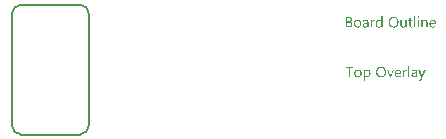
<source format=gto>
G04*
G04 #@! TF.GenerationSoftware,Altium Limited,Altium Designer,21.9.2 (33)*
G04*
G04 Layer_Color=65535*
%FSAX25Y25*%
%MOIN*%
G70*
G04*
G04 #@! TF.SameCoordinates,076CCB32-9F76-40D1-A627-3FF0FC58CD4E*
G04*
G04*
G04 #@! TF.FilePolarity,Positive*
G04*
G01*
G75*
%ADD10C,0.00787*%
G36*
X0122595Y0017700D02*
X0122623Y0017694D01*
X0122651Y0017684D01*
X0122682Y0017669D01*
X0122713Y0017650D01*
X0122743Y0017626D01*
X0122747Y0017623D01*
X0122756Y0017613D01*
X0122768Y0017598D01*
X0122784Y0017576D01*
X0122796Y0017548D01*
X0122808Y0017517D01*
X0122818Y0017480D01*
X0122821Y0017440D01*
Y0017434D01*
Y0017422D01*
X0122818Y0017403D01*
X0122811Y0017375D01*
X0122802Y0017348D01*
X0122787Y0017317D01*
X0122768Y0017286D01*
X0122743Y0017255D01*
X0122740Y0017252D01*
X0122731Y0017243D01*
X0122713Y0017230D01*
X0122691Y0017218D01*
X0122663Y0017205D01*
X0122632Y0017193D01*
X0122598Y0017184D01*
X0122558Y0017181D01*
X0122540D01*
X0122521Y0017184D01*
X0122493Y0017190D01*
X0122465Y0017199D01*
X0122434Y0017212D01*
X0122404Y0017227D01*
X0122373Y0017252D01*
X0122370Y0017255D01*
X0122360Y0017264D01*
X0122348Y0017283D01*
X0122336Y0017304D01*
X0122323Y0017329D01*
X0122311Y0017363D01*
X0122302Y0017400D01*
X0122299Y0017440D01*
Y0017446D01*
Y0017459D01*
X0122302Y0017480D01*
X0122308Y0017505D01*
X0122317Y0017536D01*
X0122329Y0017567D01*
X0122348Y0017598D01*
X0122373Y0017626D01*
X0122376Y0017629D01*
X0122385Y0017638D01*
X0122404Y0017650D01*
X0122425Y0017666D01*
X0122453Y0017678D01*
X0122484Y0017691D01*
X0122518Y0017700D01*
X0122558Y0017703D01*
X0122577D01*
X0122595Y0017700D01*
D02*
G37*
G36*
X0110628Y0014035D02*
X0110226D01*
Y0014458D01*
X0110217D01*
X0110213Y0014452D01*
X0110204Y0014437D01*
X0110186Y0014415D01*
X0110164Y0014384D01*
X0110133Y0014347D01*
X0110099Y0014307D01*
X0110056Y0014264D01*
X0110003Y0014217D01*
X0109948Y0014171D01*
X0109883Y0014128D01*
X0109812Y0014088D01*
X0109735Y0014051D01*
X0109651Y0014020D01*
X0109558Y0013998D01*
X0109460Y0013983D01*
X0109354Y0013976D01*
X0109333D01*
X0109308Y0013980D01*
X0109277Y0013983D01*
X0109237Y0013986D01*
X0109191Y0013995D01*
X0109138Y0014004D01*
X0109083Y0014020D01*
X0109024Y0014035D01*
X0108962Y0014060D01*
X0108900Y0014085D01*
X0108835Y0014119D01*
X0108774Y0014156D01*
X0108712Y0014202D01*
X0108653Y0014254D01*
X0108598Y0014313D01*
X0108594Y0014316D01*
X0108585Y0014329D01*
X0108573Y0014347D01*
X0108554Y0014375D01*
X0108533Y0014409D01*
X0108508Y0014449D01*
X0108483Y0014499D01*
X0108458Y0014554D01*
X0108431Y0014616D01*
X0108406Y0014684D01*
X0108381Y0014761D01*
X0108360Y0014842D01*
X0108341Y0014928D01*
X0108329Y0015024D01*
X0108319Y0015123D01*
X0108316Y0015228D01*
Y0015231D01*
Y0015234D01*
Y0015243D01*
Y0015256D01*
X0108319Y0015286D01*
X0108323Y0015330D01*
X0108326Y0015385D01*
X0108332Y0015444D01*
X0108341Y0015512D01*
X0108356Y0015586D01*
X0108372Y0015664D01*
X0108394Y0015747D01*
X0108418Y0015827D01*
X0108449Y0015914D01*
X0108483Y0015994D01*
X0108526Y0016074D01*
X0108573Y0016152D01*
X0108628Y0016226D01*
X0108632Y0016229D01*
X0108644Y0016241D01*
X0108662Y0016260D01*
X0108687Y0016285D01*
X0108718Y0016312D01*
X0108755Y0016346D01*
X0108801Y0016380D01*
X0108851Y0016414D01*
X0108910Y0016448D01*
X0108971Y0016482D01*
X0109039Y0016516D01*
X0109114Y0016544D01*
X0109194Y0016569D01*
X0109280Y0016587D01*
X0109370Y0016600D01*
X0109466Y0016603D01*
X0109487D01*
X0109515Y0016600D01*
X0109549Y0016597D01*
X0109592Y0016590D01*
X0109642Y0016581D01*
X0109694Y0016569D01*
X0109753Y0016553D01*
X0109815Y0016532D01*
X0109877Y0016504D01*
X0109939Y0016470D01*
X0110000Y0016430D01*
X0110059Y0016384D01*
X0110118Y0016331D01*
X0110170Y0016266D01*
X0110217Y0016195D01*
X0110226D01*
Y0017749D01*
X0110628D01*
Y0014035D01*
D02*
G37*
G36*
X0124842Y0016600D02*
X0124869D01*
X0124903Y0016594D01*
X0124944Y0016587D01*
X0124987Y0016581D01*
X0125033Y0016569D01*
X0125083Y0016556D01*
X0125135Y0016538D01*
X0125188Y0016516D01*
X0125240Y0016489D01*
X0125290Y0016458D01*
X0125339Y0016424D01*
X0125385Y0016380D01*
X0125429Y0016334D01*
X0125432Y0016331D01*
X0125438Y0016322D01*
X0125450Y0016306D01*
X0125463Y0016285D01*
X0125478Y0016257D01*
X0125497Y0016223D01*
X0125518Y0016183D01*
X0125540Y0016139D01*
X0125558Y0016087D01*
X0125580Y0016031D01*
X0125599Y0015966D01*
X0125614Y0015898D01*
X0125627Y0015824D01*
X0125639Y0015744D01*
X0125645Y0015660D01*
X0125648Y0015568D01*
Y0014035D01*
X0125246D01*
Y0015466D01*
Y0015469D01*
Y0015475D01*
Y0015484D01*
Y0015500D01*
X0125243Y0015518D01*
Y0015540D01*
X0125237Y0015589D01*
X0125228Y0015651D01*
X0125215Y0015719D01*
X0125197Y0015790D01*
X0125172Y0015864D01*
X0125141Y0015938D01*
X0125104Y0016010D01*
X0125058Y0016078D01*
X0124999Y0016139D01*
X0124934Y0016189D01*
X0124897Y0016210D01*
X0124854Y0016229D01*
X0124811Y0016244D01*
X0124764Y0016254D01*
X0124715Y0016260D01*
X0124662Y0016263D01*
X0124635D01*
X0124613Y0016260D01*
X0124588Y0016257D01*
X0124557Y0016251D01*
X0124523Y0016244D01*
X0124489Y0016235D01*
X0124449Y0016223D01*
X0124409Y0016207D01*
X0124369Y0016189D01*
X0124326Y0016167D01*
X0124285Y0016139D01*
X0124242Y0016108D01*
X0124202Y0016074D01*
X0124165Y0016034D01*
X0124162Y0016031D01*
X0124156Y0016025D01*
X0124146Y0016013D01*
X0124134Y0015994D01*
X0124118Y0015972D01*
X0124103Y0015945D01*
X0124084Y0015914D01*
X0124066Y0015880D01*
X0124048Y0015840D01*
X0124029Y0015796D01*
X0124013Y0015750D01*
X0123998Y0015701D01*
X0123986Y0015645D01*
X0123976Y0015589D01*
X0123970Y0015528D01*
X0123967Y0015466D01*
Y0014035D01*
X0123565D01*
Y0016544D01*
X0123967D01*
Y0016127D01*
X0123976D01*
X0123979Y0016133D01*
X0123989Y0016149D01*
X0124007Y0016170D01*
X0124029Y0016201D01*
X0124060Y0016238D01*
X0124094Y0016278D01*
X0124137Y0016322D01*
X0124187Y0016365D01*
X0124242Y0016408D01*
X0124304Y0016452D01*
X0124372Y0016492D01*
X0124443Y0016529D01*
X0124523Y0016560D01*
X0124610Y0016581D01*
X0124703Y0016597D01*
X0124801Y0016603D01*
X0124820D01*
X0124842Y0016600D01*
D02*
G37*
G36*
X0107865Y0016584D02*
X0107899D01*
X0107936Y0016578D01*
X0107976Y0016572D01*
X0108017Y0016566D01*
X0108051Y0016553D01*
Y0016136D01*
X0108044Y0016139D01*
X0108032Y0016149D01*
X0108007Y0016161D01*
X0107973Y0016176D01*
X0107927Y0016192D01*
X0107878Y0016204D01*
X0107816Y0016214D01*
X0107745Y0016217D01*
X0107720D01*
X0107701Y0016214D01*
X0107680Y0016210D01*
X0107655Y0016204D01*
X0107596Y0016186D01*
X0107562Y0016173D01*
X0107528Y0016158D01*
X0107491Y0016136D01*
X0107454Y0016115D01*
X0107420Y0016087D01*
X0107383Y0016053D01*
X0107349Y0016016D01*
X0107315Y0015972D01*
X0107312Y0015969D01*
X0107309Y0015960D01*
X0107300Y0015948D01*
X0107287Y0015929D01*
X0107275Y0015904D01*
X0107260Y0015874D01*
X0107244Y0015840D01*
X0107229Y0015800D01*
X0107213Y0015756D01*
X0107198Y0015707D01*
X0107182Y0015651D01*
X0107170Y0015592D01*
X0107158Y0015528D01*
X0107148Y0015460D01*
X0107145Y0015389D01*
X0107142Y0015311D01*
Y0014035D01*
X0106740D01*
Y0016544D01*
X0107142D01*
Y0016025D01*
X0107151D01*
Y0016028D01*
X0107154Y0016037D01*
X0107161Y0016050D01*
X0107167Y0016068D01*
X0107176Y0016090D01*
X0107188Y0016118D01*
X0107216Y0016176D01*
X0107253Y0016244D01*
X0107300Y0016312D01*
X0107352Y0016377D01*
X0107414Y0016439D01*
X0107417Y0016442D01*
X0107423Y0016445D01*
X0107432Y0016452D01*
X0107445Y0016464D01*
X0107460Y0016473D01*
X0107482Y0016486D01*
X0107528Y0016513D01*
X0107587Y0016541D01*
X0107655Y0016566D01*
X0107729Y0016581D01*
X0107769Y0016584D01*
X0107809Y0016587D01*
X0107834D01*
X0107865Y0016584D01*
D02*
G37*
G36*
X0118628Y0014035D02*
X0118226D01*
Y0014431D01*
X0118217D01*
X0118214Y0014424D01*
X0118204Y0014412D01*
X0118189Y0014387D01*
X0118170Y0014359D01*
X0118142Y0014326D01*
X0118108Y0014288D01*
X0118071Y0014245D01*
X0118025Y0014205D01*
X0117976Y0014162D01*
X0117917Y0014122D01*
X0117855Y0014081D01*
X0117784Y0014048D01*
X0117707Y0014020D01*
X0117626Y0013995D01*
X0117537Y0013983D01*
X0117441Y0013976D01*
X0117419D01*
X0117404Y0013980D01*
X0117382D01*
X0117358Y0013983D01*
X0117330Y0013989D01*
X0117302Y0013992D01*
X0117234Y0014010D01*
X0117157Y0014032D01*
X0117076Y0014066D01*
X0117036Y0014088D01*
X0116993Y0014109D01*
X0116950Y0014137D01*
X0116910Y0014165D01*
X0116869Y0014199D01*
X0116829Y0014236D01*
X0116789Y0014279D01*
X0116752Y0014322D01*
X0116718Y0014372D01*
X0116684Y0014427D01*
X0116656Y0014486D01*
X0116628Y0014548D01*
X0116604Y0014616D01*
X0116582Y0014690D01*
X0116567Y0014771D01*
X0116554Y0014854D01*
X0116548Y0014947D01*
X0116545Y0015042D01*
Y0016544D01*
X0116944D01*
Y0015107D01*
Y0015104D01*
Y0015098D01*
Y0015089D01*
Y0015073D01*
X0116947Y0015055D01*
Y0015033D01*
X0116953Y0014984D01*
X0116962Y0014922D01*
X0116974Y0014857D01*
X0116996Y0014783D01*
X0117021Y0014712D01*
X0117052Y0014638D01*
X0117092Y0014563D01*
X0117141Y0014499D01*
X0117200Y0014437D01*
X0117271Y0014387D01*
X0117308Y0014366D01*
X0117351Y0014347D01*
X0117398Y0014332D01*
X0117444Y0014322D01*
X0117497Y0014316D01*
X0117552Y0014313D01*
X0117580D01*
X0117602Y0014316D01*
X0117626Y0014319D01*
X0117654Y0014326D01*
X0117688Y0014332D01*
X0117722Y0014341D01*
X0117759Y0014350D01*
X0117799Y0014366D01*
X0117840Y0014384D01*
X0117880Y0014406D01*
X0117920Y0014431D01*
X0117960Y0014458D01*
X0117997Y0014492D01*
X0118034Y0014529D01*
X0118037Y0014533D01*
X0118044Y0014539D01*
X0118053Y0014551D01*
X0118065Y0014570D01*
X0118078Y0014591D01*
X0118096Y0014616D01*
X0118112Y0014647D01*
X0118130Y0014681D01*
X0118149Y0014721D01*
X0118164Y0014764D01*
X0118183Y0014811D01*
X0118195Y0014860D01*
X0118207Y0014916D01*
X0118217Y0014971D01*
X0118223Y0015033D01*
X0118226Y0015098D01*
Y0016544D01*
X0118628D01*
Y0014035D01*
D02*
G37*
G36*
X0122753D02*
X0122351D01*
Y0016544D01*
X0122753D01*
Y0014035D01*
D02*
G37*
G36*
X0121538D02*
X0121137D01*
Y0017749D01*
X0121538D01*
Y0014035D01*
D02*
G37*
G36*
X0105137Y0016600D02*
X0105158D01*
X0105180Y0016597D01*
X0105208Y0016594D01*
X0105239Y0016587D01*
X0105304Y0016575D01*
X0105381Y0016553D01*
X0105458Y0016526D01*
X0105542Y0016486D01*
X0105625Y0016436D01*
X0105665Y0016408D01*
X0105705Y0016374D01*
X0105742Y0016337D01*
X0105779Y0016300D01*
X0105813Y0016257D01*
X0105844Y0016207D01*
X0105875Y0016158D01*
X0105903Y0016102D01*
X0105925Y0016040D01*
X0105946Y0015976D01*
X0105962Y0015908D01*
X0105974Y0015830D01*
X0105980Y0015753D01*
X0105983Y0015667D01*
Y0014035D01*
X0105582D01*
Y0014424D01*
X0105572D01*
X0105569Y0014418D01*
X0105560Y0014406D01*
X0105545Y0014384D01*
X0105523Y0014353D01*
X0105495Y0014319D01*
X0105461Y0014282D01*
X0105424Y0014242D01*
X0105378Y0014202D01*
X0105325Y0014159D01*
X0105270Y0014119D01*
X0105205Y0014081D01*
X0105137Y0014048D01*
X0105059Y0014017D01*
X0104979Y0013995D01*
X0104893Y0013983D01*
X0104800Y0013976D01*
X0104763D01*
X0104738Y0013980D01*
X0104707Y0013983D01*
X0104670Y0013986D01*
X0104630Y0013992D01*
X0104587Y0014001D01*
X0104491Y0014026D01*
X0104445Y0014041D01*
X0104395Y0014060D01*
X0104346Y0014081D01*
X0104299Y0014109D01*
X0104256Y0014140D01*
X0104213Y0014174D01*
X0104210Y0014177D01*
X0104203Y0014183D01*
X0104194Y0014196D01*
X0104179Y0014211D01*
X0104163Y0014230D01*
X0104148Y0014254D01*
X0104126Y0014282D01*
X0104108Y0014313D01*
X0104089Y0014350D01*
X0104071Y0014390D01*
X0104052Y0014434D01*
X0104037Y0014480D01*
X0104021Y0014529D01*
X0104012Y0014582D01*
X0104006Y0014641D01*
X0104003Y0014699D01*
Y0014703D01*
Y0014709D01*
Y0014718D01*
X0104006Y0014730D01*
Y0014746D01*
X0104009Y0014764D01*
X0104015Y0014811D01*
X0104027Y0014866D01*
X0104046Y0014928D01*
X0104071Y0014996D01*
X0104108Y0015067D01*
X0104151Y0015138D01*
X0104203Y0015209D01*
X0104237Y0015243D01*
X0104271Y0015277D01*
X0104312Y0015311D01*
X0104352Y0015342D01*
X0104398Y0015373D01*
X0104448Y0015401D01*
X0104500Y0015426D01*
X0104559Y0015450D01*
X0104621Y0015472D01*
X0104685Y0015491D01*
X0104757Y0015506D01*
X0104831Y0015518D01*
X0105582Y0015623D01*
Y0015626D01*
Y0015630D01*
Y0015639D01*
Y0015651D01*
X0105578Y0015682D01*
X0105572Y0015722D01*
X0105566Y0015772D01*
X0105554Y0015827D01*
X0105538Y0015883D01*
X0105517Y0015945D01*
X0105489Y0016003D01*
X0105455Y0016062D01*
X0105415Y0016115D01*
X0105365Y0016164D01*
X0105304Y0016204D01*
X0105236Y0016235D01*
X0105199Y0016248D01*
X0105155Y0016257D01*
X0105112Y0016260D01*
X0105066Y0016263D01*
X0105044D01*
X0105022Y0016260D01*
X0104988Y0016257D01*
X0104948Y0016254D01*
X0104902Y0016248D01*
X0104849Y0016238D01*
X0104794Y0016226D01*
X0104732Y0016207D01*
X0104667Y0016189D01*
X0104599Y0016164D01*
X0104528Y0016133D01*
X0104457Y0016096D01*
X0104386Y0016056D01*
X0104315Y0016010D01*
X0104247Y0015954D01*
Y0016365D01*
X0104250Y0016368D01*
X0104262Y0016374D01*
X0104284Y0016387D01*
X0104312Y0016402D01*
X0104349Y0016421D01*
X0104389Y0016439D01*
X0104438Y0016461D01*
X0104494Y0016486D01*
X0104553Y0016507D01*
X0104618Y0016529D01*
X0104689Y0016547D01*
X0104763Y0016566D01*
X0104843Y0016581D01*
X0104923Y0016594D01*
X0105010Y0016600D01*
X0105100Y0016603D01*
X0105121D01*
X0105137Y0016600D01*
D02*
G37*
G36*
X0099501Y0017545D02*
X0099538Y0017542D01*
X0099581Y0017536D01*
X0099630Y0017530D01*
X0099686Y0017521D01*
X0099742Y0017508D01*
X0099800Y0017493D01*
X0099862Y0017474D01*
X0099921Y0017453D01*
X0099983Y0017428D01*
X0100038Y0017397D01*
X0100094Y0017363D01*
X0100146Y0017323D01*
X0100149Y0017320D01*
X0100159Y0017314D01*
X0100171Y0017301D01*
X0100187Y0017283D01*
X0100208Y0017261D01*
X0100230Y0017233D01*
X0100254Y0017202D01*
X0100279Y0017168D01*
X0100304Y0017128D01*
X0100329Y0017085D01*
X0100350Y0017036D01*
X0100372Y0016986D01*
X0100387Y0016930D01*
X0100400Y0016872D01*
X0100409Y0016810D01*
X0100412Y0016745D01*
Y0016742D01*
Y0016733D01*
Y0016717D01*
X0100409Y0016696D01*
X0100406Y0016668D01*
X0100403Y0016640D01*
X0100400Y0016606D01*
X0100393Y0016569D01*
X0100372Y0016486D01*
X0100344Y0016399D01*
X0100326Y0016353D01*
X0100304Y0016309D01*
X0100279Y0016266D01*
X0100251Y0016223D01*
X0100248Y0016220D01*
X0100245Y0016214D01*
X0100236Y0016201D01*
X0100221Y0016186D01*
X0100205Y0016170D01*
X0100187Y0016149D01*
X0100162Y0016127D01*
X0100137Y0016102D01*
X0100106Y0016078D01*
X0100072Y0016050D01*
X0100035Y0016025D01*
X0099995Y0015997D01*
X0099952Y0015972D01*
X0099908Y0015951D01*
X0099806Y0015911D01*
Y0015901D01*
X0099809D01*
X0099822Y0015898D01*
X0099840Y0015895D01*
X0099865Y0015892D01*
X0099896Y0015886D01*
X0099930Y0015877D01*
X0099970Y0015864D01*
X0100010Y0015852D01*
X0100100Y0015818D01*
X0100149Y0015796D01*
X0100196Y0015769D01*
X0100242Y0015741D01*
X0100288Y0015710D01*
X0100335Y0015673D01*
X0100375Y0015633D01*
X0100378Y0015630D01*
X0100384Y0015623D01*
X0100393Y0015611D01*
X0100409Y0015592D01*
X0100424Y0015568D01*
X0100443Y0015543D01*
X0100461Y0015509D01*
X0100483Y0015475D01*
X0100502Y0015435D01*
X0100520Y0015389D01*
X0100539Y0015342D01*
X0100554Y0015290D01*
X0100570Y0015231D01*
X0100579Y0015172D01*
X0100585Y0015110D01*
X0100588Y0015042D01*
Y0015036D01*
Y0015024D01*
X0100585Y0014999D01*
X0100582Y0014968D01*
X0100579Y0014928D01*
X0100570Y0014885D01*
X0100560Y0014835D01*
X0100548Y0014783D01*
X0100530Y0014724D01*
X0100508Y0014665D01*
X0100483Y0014607D01*
X0100452Y0014545D01*
X0100415Y0014483D01*
X0100372Y0014424D01*
X0100322Y0014369D01*
X0100264Y0014313D01*
X0100261Y0014310D01*
X0100248Y0014301D01*
X0100230Y0014288D01*
X0100205Y0014270D01*
X0100174Y0014248D01*
X0100134Y0014227D01*
X0100091Y0014199D01*
X0100041Y0014174D01*
X0099983Y0014149D01*
X0099921Y0014125D01*
X0099856Y0014100D01*
X0099782Y0014078D01*
X0099704Y0014060D01*
X0099624Y0014048D01*
X0099538Y0014038D01*
X0099448Y0014035D01*
X0098425D01*
Y0017548D01*
X0099467D01*
X0099501Y0017545D01*
D02*
G37*
G36*
X0119969Y0016544D02*
X0120602D01*
Y0016198D01*
X0119969D01*
Y0014786D01*
Y0014783D01*
Y0014774D01*
Y0014761D01*
Y0014746D01*
X0119972Y0014724D01*
X0119975Y0014699D01*
X0119981Y0014647D01*
X0119990Y0014585D01*
X0120006Y0014526D01*
X0120027Y0014471D01*
X0120040Y0014446D01*
X0120055Y0014424D01*
X0120058Y0014421D01*
X0120071Y0014409D01*
X0120092Y0014390D01*
X0120123Y0014372D01*
X0120163Y0014350D01*
X0120213Y0014335D01*
X0120272Y0014322D01*
X0120340Y0014316D01*
X0120364D01*
X0120392Y0014319D01*
X0120429Y0014326D01*
X0120469Y0014338D01*
X0120516Y0014350D01*
X0120559Y0014372D01*
X0120602Y0014400D01*
Y0014057D01*
X0120599D01*
X0120596Y0014054D01*
X0120587Y0014051D01*
X0120577Y0014044D01*
X0120543Y0014032D01*
X0120503Y0014020D01*
X0120448Y0014007D01*
X0120383Y0013995D01*
X0120309Y0013986D01*
X0120225Y0013983D01*
X0120197D01*
X0120163Y0013989D01*
X0120123Y0013995D01*
X0120074Y0014004D01*
X0120018Y0014023D01*
X0119956Y0014044D01*
X0119898Y0014075D01*
X0119836Y0014112D01*
X0119774Y0014162D01*
X0119718Y0014220D01*
X0119694Y0014254D01*
X0119669Y0014292D01*
X0119647Y0014332D01*
X0119629Y0014375D01*
X0119610Y0014421D01*
X0119595Y0014474D01*
X0119582Y0014526D01*
X0119573Y0014585D01*
X0119570Y0014647D01*
X0119567Y0014715D01*
Y0016198D01*
X0119138D01*
Y0016544D01*
X0119567D01*
Y0017156D01*
X0119969Y0017286D01*
Y0016544D01*
D02*
G37*
G36*
X0127437Y0016600D02*
X0127471Y0016597D01*
X0127515Y0016594D01*
X0127561Y0016587D01*
X0127613Y0016575D01*
X0127669Y0016563D01*
X0127731Y0016547D01*
X0127793Y0016526D01*
X0127854Y0016498D01*
X0127919Y0016467D01*
X0127981Y0016430D01*
X0128040Y0016387D01*
X0128098Y0016337D01*
X0128151Y0016282D01*
X0128154Y0016278D01*
X0128163Y0016266D01*
X0128176Y0016248D01*
X0128194Y0016223D01*
X0128213Y0016192D01*
X0128237Y0016152D01*
X0128262Y0016105D01*
X0128287Y0016053D01*
X0128312Y0015991D01*
X0128336Y0015926D01*
X0128361Y0015852D01*
X0128380Y0015775D01*
X0128398Y0015688D01*
X0128410Y0015599D01*
X0128420Y0015500D01*
X0128423Y0015398D01*
Y0015188D01*
X0126649D01*
Y0015181D01*
Y0015169D01*
X0126652Y0015147D01*
X0126655Y0015120D01*
X0126658Y0015083D01*
X0126665Y0015042D01*
X0126671Y0014999D01*
X0126683Y0014950D01*
X0126711Y0014845D01*
X0126730Y0014792D01*
X0126751Y0014737D01*
X0126776Y0014684D01*
X0126804Y0014631D01*
X0126838Y0014585D01*
X0126875Y0014539D01*
X0126878Y0014536D01*
X0126884Y0014529D01*
X0126897Y0014517D01*
X0126915Y0014505D01*
X0126937Y0014486D01*
X0126964Y0014468D01*
X0126995Y0014446D01*
X0127029Y0014427D01*
X0127069Y0014406D01*
X0127116Y0014384D01*
X0127162Y0014366D01*
X0127218Y0014347D01*
X0127273Y0014335D01*
X0127335Y0014322D01*
X0127400Y0014316D01*
X0127468Y0014313D01*
X0127487D01*
X0127508Y0014316D01*
X0127539D01*
X0127576Y0014322D01*
X0127620Y0014329D01*
X0127669Y0014338D01*
X0127725Y0014347D01*
X0127783Y0014363D01*
X0127845Y0014381D01*
X0127910Y0014403D01*
X0127975Y0014431D01*
X0128043Y0014461D01*
X0128111Y0014499D01*
X0128179Y0014542D01*
X0128247Y0014591D01*
Y0014214D01*
X0128244Y0014211D01*
X0128231Y0014205D01*
X0128213Y0014193D01*
X0128188Y0014177D01*
X0128154Y0014159D01*
X0128114Y0014140D01*
X0128068Y0014119D01*
X0128015Y0014097D01*
X0127953Y0014072D01*
X0127888Y0014051D01*
X0127817Y0014032D01*
X0127740Y0014014D01*
X0127657Y0013998D01*
X0127567Y0013986D01*
X0127471Y0013980D01*
X0127372Y0013976D01*
X0127348D01*
X0127323Y0013980D01*
X0127286Y0013983D01*
X0127239Y0013986D01*
X0127187Y0013995D01*
X0127131Y0014004D01*
X0127069Y0014020D01*
X0127005Y0014038D01*
X0126937Y0014060D01*
X0126866Y0014088D01*
X0126798Y0014119D01*
X0126726Y0014159D01*
X0126662Y0014205D01*
X0126597Y0014258D01*
X0126538Y0014316D01*
X0126535Y0014319D01*
X0126526Y0014332D01*
X0126510Y0014353D01*
X0126492Y0014381D01*
X0126467Y0014415D01*
X0126442Y0014458D01*
X0126414Y0014508D01*
X0126387Y0014567D01*
X0126359Y0014628D01*
X0126331Y0014703D01*
X0126306Y0014780D01*
X0126281Y0014866D01*
X0126263Y0014959D01*
X0126248Y0015058D01*
X0126238Y0015166D01*
X0126235Y0015277D01*
Y0015280D01*
Y0015283D01*
Y0015293D01*
Y0015302D01*
X0126238Y0015333D01*
X0126241Y0015376D01*
X0126244Y0015426D01*
X0126254Y0015481D01*
X0126263Y0015546D01*
X0126275Y0015617D01*
X0126294Y0015691D01*
X0126315Y0015769D01*
X0126343Y0015849D01*
X0126374Y0015929D01*
X0126411Y0016006D01*
X0126458Y0016087D01*
X0126507Y0016161D01*
X0126566Y0016232D01*
X0126569Y0016235D01*
X0126581Y0016248D01*
X0126600Y0016266D01*
X0126625Y0016291D01*
X0126658Y0016319D01*
X0126699Y0016350D01*
X0126742Y0016384D01*
X0126795Y0016418D01*
X0126850Y0016452D01*
X0126915Y0016486D01*
X0126983Y0016516D01*
X0127054Y0016544D01*
X0127131Y0016569D01*
X0127215Y0016587D01*
X0127301Y0016600D01*
X0127391Y0016603D01*
X0127412D01*
X0127437Y0016600D01*
D02*
G37*
G36*
X0114394Y0017604D02*
X0114416D01*
X0114438Y0017601D01*
X0114465D01*
X0114527Y0017592D01*
X0114598Y0017582D01*
X0114679Y0017567D01*
X0114765Y0017545D01*
X0114855Y0017521D01*
X0114951Y0017487D01*
X0115046Y0017446D01*
X0115145Y0017400D01*
X0115244Y0017345D01*
X0115337Y0017280D01*
X0115429Y0017202D01*
X0115516Y0017116D01*
X0115522Y0017110D01*
X0115534Y0017094D01*
X0115556Y0017066D01*
X0115587Y0017026D01*
X0115618Y0016977D01*
X0115658Y0016918D01*
X0115698Y0016850D01*
X0115738Y0016773D01*
X0115779Y0016683D01*
X0115819Y0016587D01*
X0115859Y0016482D01*
X0115893Y0016368D01*
X0115921Y0016244D01*
X0115942Y0016115D01*
X0115955Y0015979D01*
X0115961Y0015834D01*
Y0015830D01*
Y0015824D01*
Y0015812D01*
Y0015796D01*
X0115958Y0015775D01*
Y0015750D01*
X0115955Y0015722D01*
Y0015691D01*
X0115952Y0015657D01*
X0115949Y0015620D01*
X0115936Y0015537D01*
X0115924Y0015441D01*
X0115905Y0015342D01*
X0115881Y0015234D01*
X0115850Y0015123D01*
X0115813Y0015011D01*
X0115769Y0014897D01*
X0115717Y0014786D01*
X0115655Y0014675D01*
X0115584Y0014573D01*
X0115504Y0014474D01*
X0115497Y0014468D01*
X0115482Y0014452D01*
X0115457Y0014427D01*
X0115420Y0014397D01*
X0115374Y0014359D01*
X0115318Y0014316D01*
X0115256Y0014273D01*
X0115182Y0014227D01*
X0115099Y0014180D01*
X0115006Y0014134D01*
X0114907Y0014091D01*
X0114799Y0014054D01*
X0114682Y0014023D01*
X0114558Y0013998D01*
X0114425Y0013983D01*
X0114286Y0013976D01*
X0114252D01*
X0114237Y0013980D01*
X0114215D01*
X0114190Y0013983D01*
X0114163Y0013986D01*
X0114098Y0013992D01*
X0114027Y0014001D01*
X0113943Y0014017D01*
X0113857Y0014038D01*
X0113761Y0014063D01*
X0113665Y0014097D01*
X0113566Y0014137D01*
X0113464Y0014183D01*
X0113365Y0014239D01*
X0113270Y0014307D01*
X0113174Y0014381D01*
X0113087Y0014468D01*
X0113081Y0014474D01*
X0113069Y0014489D01*
X0113047Y0014517D01*
X0113016Y0014557D01*
X0112982Y0014607D01*
X0112945Y0014665D01*
X0112905Y0014733D01*
X0112865Y0014814D01*
X0112821Y0014900D01*
X0112781Y0014996D01*
X0112744Y0015101D01*
X0112710Y0015215D01*
X0112679Y0015339D01*
X0112658Y0015469D01*
X0112645Y0015605D01*
X0112639Y0015750D01*
Y0015753D01*
Y0015759D01*
Y0015772D01*
Y0015787D01*
X0112642Y0015809D01*
Y0015830D01*
X0112645Y0015858D01*
Y0015889D01*
X0112648Y0015923D01*
X0112655Y0015963D01*
X0112664Y0016044D01*
X0112676Y0016136D01*
X0112698Y0016235D01*
X0112720Y0016343D01*
X0112750Y0016452D01*
X0112787Y0016563D01*
X0112831Y0016677D01*
X0112883Y0016788D01*
X0112945Y0016896D01*
X0113016Y0017002D01*
X0113096Y0017100D01*
X0113103Y0017107D01*
X0113118Y0017122D01*
X0113143Y0017147D01*
X0113180Y0017181D01*
X0113226Y0017218D01*
X0113285Y0017261D01*
X0113350Y0017307D01*
X0113424Y0017354D01*
X0113511Y0017400D01*
X0113603Y0017446D01*
X0113705Y0017490D01*
X0113816Y0017527D01*
X0113937Y0017561D01*
X0114064Y0017585D01*
X0114200Y0017601D01*
X0114345Y0017607D01*
X0114376D01*
X0114394Y0017604D01*
D02*
G37*
G36*
X0102408Y0016600D02*
X0102448Y0016597D01*
X0102495Y0016594D01*
X0102550Y0016584D01*
X0102609Y0016575D01*
X0102674Y0016560D01*
X0102745Y0016541D01*
X0102816Y0016520D01*
X0102887Y0016492D01*
X0102961Y0016458D01*
X0103032Y0016418D01*
X0103103Y0016371D01*
X0103168Y0016319D01*
X0103230Y0016257D01*
X0103233Y0016254D01*
X0103243Y0016241D01*
X0103258Y0016220D01*
X0103280Y0016192D01*
X0103304Y0016158D01*
X0103329Y0016115D01*
X0103360Y0016065D01*
X0103388Y0016006D01*
X0103419Y0015942D01*
X0103446Y0015871D01*
X0103471Y0015793D01*
X0103496Y0015707D01*
X0103517Y0015614D01*
X0103533Y0015515D01*
X0103542Y0015410D01*
X0103545Y0015299D01*
Y0015296D01*
Y0015293D01*
Y0015283D01*
Y0015271D01*
X0103542Y0015240D01*
X0103539Y0015200D01*
X0103536Y0015147D01*
X0103527Y0015089D01*
X0103517Y0015024D01*
X0103502Y0014953D01*
X0103483Y0014879D01*
X0103462Y0014798D01*
X0103434Y0014718D01*
X0103403Y0014638D01*
X0103363Y0014557D01*
X0103317Y0014480D01*
X0103264Y0014406D01*
X0103205Y0014335D01*
X0103202Y0014332D01*
X0103190Y0014319D01*
X0103171Y0014301D01*
X0103144Y0014279D01*
X0103110Y0014251D01*
X0103069Y0014220D01*
X0103020Y0014190D01*
X0102964Y0014156D01*
X0102903Y0014122D01*
X0102835Y0014091D01*
X0102761Y0014060D01*
X0102680Y0014032D01*
X0102591Y0014010D01*
X0102498Y0013992D01*
X0102402Y0013980D01*
X0102297Y0013976D01*
X0102272D01*
X0102244Y0013980D01*
X0102204Y0013983D01*
X0102158Y0013986D01*
X0102102Y0013995D01*
X0102044Y0014004D01*
X0101979Y0014020D01*
X0101908Y0014038D01*
X0101837Y0014063D01*
X0101762Y0014091D01*
X0101688Y0014125D01*
X0101614Y0014165D01*
X0101540Y0014211D01*
X0101472Y0014264D01*
X0101407Y0014326D01*
X0101404Y0014329D01*
X0101392Y0014341D01*
X0101376Y0014363D01*
X0101355Y0014390D01*
X0101330Y0014424D01*
X0101302Y0014468D01*
X0101274Y0014517D01*
X0101243Y0014576D01*
X0101212Y0014638D01*
X0101181Y0014709D01*
X0101154Y0014786D01*
X0101129Y0014869D01*
X0101107Y0014956D01*
X0101092Y0015052D01*
X0101079Y0015154D01*
X0101076Y0015259D01*
Y0015262D01*
Y0015265D01*
Y0015274D01*
Y0015286D01*
X0101079Y0015321D01*
X0101083Y0015364D01*
X0101086Y0015416D01*
X0101095Y0015478D01*
X0101104Y0015546D01*
X0101120Y0015620D01*
X0101138Y0015698D01*
X0101160Y0015778D01*
X0101188Y0015861D01*
X0101222Y0015945D01*
X0101262Y0016025D01*
X0101305Y0016102D01*
X0101358Y0016176D01*
X0101419Y0016248D01*
X0101423Y0016251D01*
X0101435Y0016263D01*
X0101456Y0016282D01*
X0101484Y0016303D01*
X0101518Y0016331D01*
X0101561Y0016359D01*
X0101611Y0016393D01*
X0101667Y0016427D01*
X0101728Y0016458D01*
X0101799Y0016492D01*
X0101877Y0016520D01*
X0101960Y0016547D01*
X0102050Y0016569D01*
X0102146Y0016587D01*
X0102248Y0016600D01*
X0102356Y0016603D01*
X0102380D01*
X0102408Y0016600D01*
D02*
G37*
G36*
X0105628Y0000005D02*
X0105662Y0000002D01*
X0105702Y-0000001D01*
X0105748Y-0000010D01*
X0105801Y-0000020D01*
X0105860Y-0000035D01*
X0105918Y-0000054D01*
X0105980Y-0000075D01*
X0106042Y-0000103D01*
X0106107Y-0000134D01*
X0106169Y-0000174D01*
X0106227Y-0000221D01*
X0106286Y-0000273D01*
X0106339Y-0000332D01*
X0106342Y-0000335D01*
X0106351Y-0000347D01*
X0106363Y-0000366D01*
X0106382Y-0000394D01*
X0106401Y-0000428D01*
X0106425Y-0000468D01*
X0106450Y-0000517D01*
X0106475Y-0000570D01*
X0106499Y-0000632D01*
X0106524Y-0000700D01*
X0106549Y-0000774D01*
X0106567Y-0000854D01*
X0106586Y-0000941D01*
X0106598Y-0001033D01*
X0106607Y-0001132D01*
X0106611Y-0001234D01*
Y-0001237D01*
Y-0001240D01*
Y-0001250D01*
Y-0001262D01*
X0106607Y-0001296D01*
X0106604Y-0001339D01*
X0106601Y-0001392D01*
X0106595Y-0001454D01*
X0106586Y-0001522D01*
X0106573Y-0001596D01*
X0106555Y-0001673D01*
X0106536Y-0001756D01*
X0106512Y-0001840D01*
X0106481Y-0001923D01*
X0106447Y-0002007D01*
X0106407Y-0002090D01*
X0106357Y-0002167D01*
X0106305Y-0002241D01*
X0106302Y-0002245D01*
X0106289Y-0002257D01*
X0106274Y-0002276D01*
X0106249Y-0002300D01*
X0106218Y-0002328D01*
X0106181Y-0002362D01*
X0106135Y-0002396D01*
X0106085Y-0002430D01*
X0106030Y-0002464D01*
X0105965Y-0002498D01*
X0105897Y-0002532D01*
X0105823Y-0002560D01*
X0105742Y-0002585D01*
X0105656Y-0002603D01*
X0105563Y-0002615D01*
X0105467Y-0002619D01*
X0105446D01*
X0105421Y-0002615D01*
X0105387Y-0002612D01*
X0105347Y-0002606D01*
X0105300Y-0002597D01*
X0105248Y-0002585D01*
X0105189Y-0002566D01*
X0105131Y-0002544D01*
X0105069Y-0002517D01*
X0105007Y-0002482D01*
X0104942Y-0002442D01*
X0104880Y-0002393D01*
X0104822Y-0002337D01*
X0104766Y-0002272D01*
X0104713Y-0002198D01*
X0104704D01*
Y-0003712D01*
X0104302D01*
Y-0000051D01*
X0104704D01*
Y-0000493D01*
X0104713D01*
X0104716Y-0000486D01*
X0104729Y-0000471D01*
X0104744Y-0000446D01*
X0104769Y-0000415D01*
X0104800Y-0000375D01*
X0104837Y-0000335D01*
X0104883Y-0000289D01*
X0104933Y-0000242D01*
X0104991Y-0000196D01*
X0105056Y-0000150D01*
X0105127Y-0000109D01*
X0105205Y-0000069D01*
X0105288Y-0000038D01*
X0105381Y-0000014D01*
X0105477Y0000002D01*
X0105582Y0000008D01*
X0105603D01*
X0105628Y0000005D01*
D02*
G37*
G36*
X0118563Y-0000010D02*
X0118597D01*
X0118634Y-0000017D01*
X0118674Y-0000023D01*
X0118714Y-0000029D01*
X0118748Y-0000041D01*
Y-0000459D01*
X0118742Y-0000455D01*
X0118730Y-0000446D01*
X0118705Y-0000434D01*
X0118671Y-0000418D01*
X0118624Y-0000403D01*
X0118575Y-0000391D01*
X0118513Y-0000381D01*
X0118442Y-0000378D01*
X0118418D01*
X0118399Y-0000381D01*
X0118377Y-0000384D01*
X0118353Y-0000391D01*
X0118294Y-0000409D01*
X0118260Y-0000422D01*
X0118226Y-0000437D01*
X0118189Y-0000459D01*
X0118152Y-0000480D01*
X0118118Y-0000508D01*
X0118081Y-0000542D01*
X0118047Y-0000579D01*
X0118013Y-0000622D01*
X0118010Y-0000625D01*
X0118007Y-0000635D01*
X0117997Y-0000647D01*
X0117985Y-0000666D01*
X0117973Y-0000690D01*
X0117957Y-0000721D01*
X0117942Y-0000755D01*
X0117926Y-0000795D01*
X0117911Y-0000839D01*
X0117895Y-0000888D01*
X0117880Y-0000944D01*
X0117868Y-0001002D01*
X0117855Y-0001067D01*
X0117846Y-0001135D01*
X0117843Y-0001206D01*
X0117840Y-0001284D01*
Y-0002560D01*
X0117438D01*
Y-0000051D01*
X0117840D01*
Y-0000570D01*
X0117849D01*
Y-0000567D01*
X0117852Y-0000557D01*
X0117858Y-0000545D01*
X0117864Y-0000527D01*
X0117874Y-0000505D01*
X0117886Y-0000477D01*
X0117914Y-0000418D01*
X0117951Y-0000350D01*
X0117997Y-0000282D01*
X0118050Y-0000218D01*
X0118112Y-0000156D01*
X0118115Y-0000153D01*
X0118121Y-0000150D01*
X0118130Y-0000143D01*
X0118142Y-0000131D01*
X0118158Y-0000122D01*
X0118180Y-0000109D01*
X0118226Y-0000082D01*
X0118285Y-0000054D01*
X0118353Y-0000029D01*
X0118427Y-0000014D01*
X0118467Y-0000010D01*
X0118507Y-0000007D01*
X0118532D01*
X0118563Y-0000010D01*
D02*
G37*
G36*
X0123794Y-0002961D02*
Y-0002965D01*
X0123791Y-0002971D01*
X0123785Y-0002980D01*
X0123779Y-0002995D01*
X0123773Y-0003014D01*
X0123763Y-0003033D01*
X0123739Y-0003082D01*
X0123705Y-0003141D01*
X0123667Y-0003209D01*
X0123621Y-0003277D01*
X0123568Y-0003351D01*
X0123510Y-0003422D01*
X0123445Y-0003493D01*
X0123374Y-0003561D01*
X0123297Y-0003620D01*
X0123213Y-0003669D01*
X0123170Y-0003688D01*
X0123124Y-0003706D01*
X0123077Y-0003722D01*
X0123028Y-0003731D01*
X0122978Y-0003737D01*
X0122926Y-0003740D01*
X0122901D01*
X0122870Y-0003737D01*
X0122833D01*
X0122793Y-0003731D01*
X0122750Y-0003725D01*
X0122703Y-0003718D01*
X0122663Y-0003706D01*
Y-0003348D01*
X0122669Y-0003351D01*
X0122685Y-0003354D01*
X0122710Y-0003360D01*
X0122740Y-0003369D01*
X0122777Y-0003379D01*
X0122818Y-0003385D01*
X0122861Y-0003388D01*
X0122901Y-0003391D01*
X0122913D01*
X0122929Y-0003388D01*
X0122950Y-0003385D01*
X0122975Y-0003379D01*
X0123006Y-0003372D01*
X0123037Y-0003360D01*
X0123074Y-0003345D01*
X0123108Y-0003326D01*
X0123148Y-0003301D01*
X0123185Y-0003274D01*
X0123222Y-0003240D01*
X0123259Y-0003196D01*
X0123297Y-0003150D01*
X0123328Y-0003094D01*
X0123358Y-0003029D01*
X0123559Y-0002557D01*
X0122580Y-0000051D01*
X0123025D01*
X0123705Y-0001982D01*
Y-0001985D01*
X0123708Y-0001991D01*
X0123711Y-0002001D01*
X0123717Y-0002019D01*
X0123723Y-0002044D01*
X0123729Y-0002078D01*
X0123742Y-0002121D01*
X0123754Y-0002173D01*
X0123769D01*
Y-0002170D01*
X0123773Y-0002161D01*
X0123775Y-0002149D01*
X0123782Y-0002127D01*
X0123788Y-0002103D01*
X0123794Y-0002072D01*
X0123806Y-0002031D01*
X0123819Y-0001988D01*
X0124533Y-0000051D01*
X0124947D01*
X0123794Y-0002961D01*
D02*
G37*
G36*
X0113384Y-0002560D02*
X0112988D01*
X0112040Y-0000051D01*
X0112478D01*
X0113118Y-0001874D01*
Y-0001877D01*
X0113121Y-0001883D01*
X0113124Y-0001892D01*
X0113130Y-0001908D01*
X0113137Y-0001926D01*
X0113143Y-0001945D01*
X0113155Y-0001994D01*
X0113171Y-0002047D01*
X0113186Y-0002105D01*
X0113195Y-0002167D01*
X0113205Y-0002226D01*
X0113214D01*
Y-0002223D01*
Y-0002217D01*
X0113217Y-0002207D01*
X0113220Y-0002195D01*
Y-0002177D01*
X0113226Y-0002158D01*
X0113233Y-0002112D01*
X0113245Y-0002059D01*
X0113257Y-0002004D01*
X0113276Y-0001945D01*
X0113294Y-0001886D01*
X0113959Y-0000051D01*
X0114382D01*
X0113384Y-0002560D01*
D02*
G37*
G36*
X0121347Y0000005D02*
X0121368D01*
X0121390Y0000002D01*
X0121418Y-0000001D01*
X0121449Y-0000007D01*
X0121514Y-0000020D01*
X0121591Y-0000041D01*
X0121668Y-0000069D01*
X0121752Y-0000109D01*
X0121835Y-0000159D01*
X0121875Y-0000187D01*
X0121915Y-0000221D01*
X0121952Y-0000258D01*
X0121990Y-0000295D01*
X0122023Y-0000338D01*
X0122054Y-0000387D01*
X0122085Y-0000437D01*
X0122113Y-0000493D01*
X0122135Y-0000554D01*
X0122156Y-0000619D01*
X0122172Y-0000687D01*
X0122184Y-0000764D01*
X0122190Y-0000842D01*
X0122194Y-0000928D01*
Y-0002560D01*
X0121792D01*
Y-0002170D01*
X0121783D01*
X0121779Y-0002177D01*
X0121770Y-0002189D01*
X0121755Y-0002211D01*
X0121733Y-0002241D01*
X0121705Y-0002276D01*
X0121671Y-0002313D01*
X0121634Y-0002353D01*
X0121588Y-0002393D01*
X0121535Y-0002436D01*
X0121480Y-0002476D01*
X0121415Y-0002513D01*
X0121347Y-0002547D01*
X0121270Y-0002578D01*
X0121189Y-0002600D01*
X0121103Y-0002612D01*
X0121010Y-0002619D01*
X0120973D01*
X0120948Y-0002615D01*
X0120917Y-0002612D01*
X0120880Y-0002609D01*
X0120840Y-0002603D01*
X0120797Y-0002594D01*
X0120701Y-0002569D01*
X0120655Y-0002554D01*
X0120605Y-0002535D01*
X0120556Y-0002513D01*
X0120509Y-0002486D01*
X0120466Y-0002455D01*
X0120423Y-0002421D01*
X0120420Y-0002418D01*
X0120414Y-0002411D01*
X0120404Y-0002399D01*
X0120389Y-0002384D01*
X0120373Y-0002365D01*
X0120358Y-0002340D01*
X0120336Y-0002313D01*
X0120318Y-0002282D01*
X0120299Y-0002245D01*
X0120281Y-0002204D01*
X0120262Y-0002161D01*
X0120247Y-0002115D01*
X0120231Y-0002065D01*
X0120222Y-0002013D01*
X0120216Y-0001954D01*
X0120213Y-0001895D01*
Y-0001892D01*
Y-0001886D01*
Y-0001877D01*
X0120216Y-0001864D01*
Y-0001849D01*
X0120219Y-0001830D01*
X0120225Y-0001784D01*
X0120238Y-0001729D01*
X0120256Y-0001667D01*
X0120281Y-0001599D01*
X0120318Y-0001528D01*
X0120361Y-0001457D01*
X0120414Y-0001386D01*
X0120448Y-0001352D01*
X0120482Y-0001318D01*
X0120522Y-0001284D01*
X0120562Y-0001253D01*
X0120608Y-0001222D01*
X0120658Y-0001194D01*
X0120710Y-0001169D01*
X0120769Y-0001145D01*
X0120831Y-0001123D01*
X0120896Y-0001104D01*
X0120967Y-0001089D01*
X0121041Y-0001077D01*
X0121792Y-0000972D01*
Y-0000968D01*
Y-0000965D01*
Y-0000956D01*
Y-0000944D01*
X0121789Y-0000913D01*
X0121783Y-0000873D01*
X0121776Y-0000823D01*
X0121764Y-0000768D01*
X0121748Y-0000712D01*
X0121727Y-0000650D01*
X0121699Y-0000592D01*
X0121665Y-0000533D01*
X0121625Y-0000480D01*
X0121575Y-0000431D01*
X0121514Y-0000391D01*
X0121446Y-0000360D01*
X0121409Y-0000347D01*
X0121365Y-0000338D01*
X0121322Y-0000335D01*
X0121276Y-0000332D01*
X0121254D01*
X0121232Y-0000335D01*
X0121198Y-0000338D01*
X0121158Y-0000341D01*
X0121112Y-0000347D01*
X0121059Y-0000357D01*
X0121004Y-0000369D01*
X0120942Y-0000387D01*
X0120877Y-0000406D01*
X0120809Y-0000431D01*
X0120738Y-0000462D01*
X0120667Y-0000499D01*
X0120596Y-0000539D01*
X0120525Y-0000585D01*
X0120457Y-0000641D01*
Y-0000230D01*
X0120460Y-0000227D01*
X0120472Y-0000221D01*
X0120494Y-0000208D01*
X0120522Y-0000193D01*
X0120559Y-0000174D01*
X0120599Y-0000156D01*
X0120649Y-0000134D01*
X0120704Y-0000109D01*
X0120763Y-0000088D01*
X0120828Y-0000066D01*
X0120899Y-0000048D01*
X0120973Y-0000029D01*
X0121053Y-0000014D01*
X0121134Y-0000001D01*
X0121220Y0000005D01*
X0121310Y0000008D01*
X0121331D01*
X0121347Y0000005D01*
D02*
G37*
G36*
X0119586Y-0002560D02*
X0119184D01*
Y0001154D01*
X0119586D01*
Y-0002560D01*
D02*
G37*
G36*
X0100863Y0000580D02*
X0099850D01*
Y-0002560D01*
X0099439D01*
Y0000580D01*
X0098425D01*
Y0000954D01*
X0100863D01*
Y0000580D01*
D02*
G37*
G36*
X0115847Y0000005D02*
X0115881Y0000002D01*
X0115924Y-0000001D01*
X0115970Y-0000007D01*
X0116023Y-0000020D01*
X0116078Y-0000032D01*
X0116140Y-0000048D01*
X0116202Y-0000069D01*
X0116264Y-0000097D01*
X0116329Y-0000128D01*
X0116391Y-0000165D01*
X0116449Y-0000208D01*
X0116508Y-0000258D01*
X0116560Y-0000313D01*
X0116563Y-0000316D01*
X0116573Y-0000329D01*
X0116585Y-0000347D01*
X0116604Y-0000372D01*
X0116622Y-0000403D01*
X0116647Y-0000443D01*
X0116672Y-0000489D01*
X0116696Y-0000542D01*
X0116721Y-0000604D01*
X0116746Y-0000669D01*
X0116771Y-0000743D01*
X0116789Y-0000820D01*
X0116808Y-0000907D01*
X0116820Y-0000996D01*
X0116829Y-0001095D01*
X0116832Y-0001197D01*
Y-0001407D01*
X0115059D01*
Y-0001413D01*
Y-0001426D01*
X0115062Y-0001447D01*
X0115065Y-0001475D01*
X0115068Y-0001512D01*
X0115074Y-0001552D01*
X0115080Y-0001596D01*
X0115093Y-0001645D01*
X0115120Y-0001750D01*
X0115139Y-0001803D01*
X0115161Y-0001858D01*
X0115185Y-0001911D01*
X0115213Y-0001963D01*
X0115247Y-0002010D01*
X0115284Y-0002056D01*
X0115287Y-0002059D01*
X0115294Y-0002065D01*
X0115306Y-0002078D01*
X0115324Y-0002090D01*
X0115346Y-0002109D01*
X0115374Y-0002127D01*
X0115405Y-0002149D01*
X0115439Y-0002167D01*
X0115479Y-0002189D01*
X0115525Y-0002211D01*
X0115572Y-0002229D01*
X0115627Y-0002248D01*
X0115683Y-0002260D01*
X0115745Y-0002272D01*
X0115810Y-0002279D01*
X0115877Y-0002282D01*
X0115896D01*
X0115918Y-0002279D01*
X0115949D01*
X0115986Y-0002272D01*
X0116029Y-0002266D01*
X0116078Y-0002257D01*
X0116134Y-0002248D01*
X0116193Y-0002232D01*
X0116254Y-0002214D01*
X0116319Y-0002192D01*
X0116384Y-0002164D01*
X0116452Y-0002133D01*
X0116520Y-0002096D01*
X0116588Y-0002053D01*
X0116656Y-0002004D01*
Y-0002381D01*
X0116653Y-0002384D01*
X0116641Y-0002390D01*
X0116622Y-0002402D01*
X0116597Y-0002418D01*
X0116563Y-0002436D01*
X0116523Y-0002455D01*
X0116477Y-0002476D01*
X0116424Y-0002498D01*
X0116363Y-0002523D01*
X0116298Y-0002544D01*
X0116227Y-0002563D01*
X0116149Y-0002581D01*
X0116066Y-0002597D01*
X0115976Y-0002609D01*
X0115881Y-0002615D01*
X0115782Y-0002619D01*
X0115757D01*
X0115732Y-0002615D01*
X0115695Y-0002612D01*
X0115649Y-0002609D01*
X0115596Y-0002600D01*
X0115541Y-0002591D01*
X0115479Y-0002575D01*
X0115414Y-0002557D01*
X0115346Y-0002535D01*
X0115275Y-0002507D01*
X0115207Y-0002476D01*
X0115136Y-0002436D01*
X0115071Y-0002390D01*
X0115006Y-0002337D01*
X0114947Y-0002279D01*
X0114944Y-0002276D01*
X0114935Y-0002263D01*
X0114920Y-0002241D01*
X0114901Y-0002214D01*
X0114876Y-0002180D01*
X0114852Y-0002136D01*
X0114824Y-0002087D01*
X0114796Y-0002028D01*
X0114768Y-0001966D01*
X0114740Y-0001892D01*
X0114716Y-0001815D01*
X0114691Y-0001729D01*
X0114672Y-0001636D01*
X0114657Y-0001537D01*
X0114648Y-0001429D01*
X0114645Y-0001318D01*
Y-0001314D01*
Y-0001311D01*
Y-0001302D01*
Y-0001293D01*
X0114648Y-0001262D01*
X0114651Y-0001219D01*
X0114654Y-0001169D01*
X0114663Y-0001114D01*
X0114672Y-0001049D01*
X0114685Y-0000978D01*
X0114703Y-0000903D01*
X0114725Y-0000826D01*
X0114753Y-0000746D01*
X0114784Y-0000666D01*
X0114821Y-0000588D01*
X0114867Y-0000508D01*
X0114917Y-0000434D01*
X0114975Y-0000363D01*
X0114978Y-0000360D01*
X0114991Y-0000347D01*
X0115009Y-0000329D01*
X0115034Y-0000304D01*
X0115068Y-0000276D01*
X0115108Y-0000245D01*
X0115151Y-0000211D01*
X0115204Y-0000177D01*
X0115260Y-0000143D01*
X0115324Y-0000109D01*
X0115392Y-0000078D01*
X0115463Y-0000051D01*
X0115541Y-0000026D01*
X0115624Y-0000007D01*
X0115711Y0000005D01*
X0115800Y0000008D01*
X0115822D01*
X0115847Y0000005D01*
D02*
G37*
G36*
X0110207Y0001009D02*
X0110229D01*
X0110251Y0001006D01*
X0110278D01*
X0110340Y0000997D01*
X0110411Y0000988D01*
X0110492Y0000972D01*
X0110578Y0000950D01*
X0110668Y0000926D01*
X0110764Y0000892D01*
X0110859Y0000852D01*
X0110958Y0000805D01*
X0111057Y0000750D01*
X0111150Y0000685D01*
X0111242Y0000607D01*
X0111329Y0000521D01*
X0111335Y0000515D01*
X0111348Y0000499D01*
X0111369Y0000471D01*
X0111400Y0000431D01*
X0111431Y0000382D01*
X0111471Y0000323D01*
X0111511Y0000255D01*
X0111551Y0000178D01*
X0111592Y0000088D01*
X0111632Y-0000007D01*
X0111672Y-0000112D01*
X0111706Y-0000227D01*
X0111734Y-0000350D01*
X0111755Y-0000480D01*
X0111768Y-0000616D01*
X0111774Y-0000761D01*
Y-0000764D01*
Y-0000771D01*
Y-0000783D01*
Y-0000798D01*
X0111771Y-0000820D01*
Y-0000845D01*
X0111768Y-0000873D01*
Y-0000903D01*
X0111765Y-0000938D01*
X0111762Y-0000975D01*
X0111749Y-0001058D01*
X0111737Y-0001154D01*
X0111718Y-0001253D01*
X0111694Y-0001361D01*
X0111663Y-0001472D01*
X0111626Y-0001583D01*
X0111582Y-0001698D01*
X0111530Y-0001809D01*
X0111468Y-0001920D01*
X0111397Y-0002022D01*
X0111317Y-0002121D01*
X0111311Y-0002127D01*
X0111295Y-0002143D01*
X0111270Y-0002167D01*
X0111233Y-0002198D01*
X0111187Y-0002235D01*
X0111131Y-0002279D01*
X0111070Y-0002322D01*
X0110995Y-0002368D01*
X0110912Y-0002414D01*
X0110819Y-0002461D01*
X0110720Y-0002504D01*
X0110612Y-0002541D01*
X0110495Y-0002572D01*
X0110371Y-0002597D01*
X0110238Y-0002612D01*
X0110099Y-0002619D01*
X0110065D01*
X0110050Y-0002615D01*
X0110028D01*
X0110003Y-0002612D01*
X0109976Y-0002609D01*
X0109911Y-0002603D01*
X0109840Y-0002594D01*
X0109756Y-0002578D01*
X0109670Y-0002557D01*
X0109574Y-0002532D01*
X0109478Y-0002498D01*
X0109379Y-0002458D01*
X0109277Y-0002411D01*
X0109178Y-0002356D01*
X0109083Y-0002288D01*
X0108987Y-0002214D01*
X0108900Y-0002127D01*
X0108894Y-0002121D01*
X0108882Y-0002105D01*
X0108860Y-0002078D01*
X0108829Y-0002038D01*
X0108795Y-0001988D01*
X0108758Y-0001929D01*
X0108718Y-0001861D01*
X0108678Y-0001781D01*
X0108634Y-0001695D01*
X0108594Y-0001599D01*
X0108557Y-0001494D01*
X0108523Y-0001379D01*
X0108492Y-0001256D01*
X0108471Y-0001126D01*
X0108458Y-0000990D01*
X0108452Y-0000845D01*
Y-0000842D01*
Y-0000836D01*
Y-0000823D01*
Y-0000808D01*
X0108455Y-0000786D01*
Y-0000764D01*
X0108458Y-0000737D01*
Y-0000706D01*
X0108461Y-0000672D01*
X0108468Y-0000632D01*
X0108477Y-0000551D01*
X0108489Y-0000459D01*
X0108511Y-0000360D01*
X0108533Y-0000252D01*
X0108563Y-0000143D01*
X0108601Y-0000032D01*
X0108644Y0000082D01*
X0108696Y0000193D01*
X0108758Y0000302D01*
X0108829Y0000407D01*
X0108910Y0000506D01*
X0108916Y0000512D01*
X0108931Y0000527D01*
X0108956Y0000552D01*
X0108993Y0000586D01*
X0109039Y0000623D01*
X0109098Y0000666D01*
X0109163Y0000713D01*
X0109237Y0000759D01*
X0109324Y0000805D01*
X0109416Y0000852D01*
X0109518Y0000895D01*
X0109629Y0000932D01*
X0109750Y0000966D01*
X0109877Y0000991D01*
X0110013Y0001006D01*
X0110158Y0001012D01*
X0110189D01*
X0110207Y0001009D01*
D02*
G37*
G36*
X0102523Y0000005D02*
X0102563Y0000002D01*
X0102609Y-0000001D01*
X0102665Y-0000010D01*
X0102723Y-0000020D01*
X0102788Y-0000035D01*
X0102859Y-0000054D01*
X0102930Y-0000075D01*
X0103001Y-0000103D01*
X0103076Y-0000137D01*
X0103147Y-0000177D01*
X0103218Y-0000224D01*
X0103283Y-0000276D01*
X0103345Y-0000338D01*
X0103348Y-0000341D01*
X0103357Y-0000353D01*
X0103372Y-0000375D01*
X0103394Y-0000403D01*
X0103419Y-0000437D01*
X0103443Y-0000480D01*
X0103474Y-0000530D01*
X0103502Y-0000588D01*
X0103533Y-0000653D01*
X0103561Y-0000724D01*
X0103586Y-0000802D01*
X0103610Y-0000888D01*
X0103632Y-0000981D01*
X0103647Y-0001080D01*
X0103657Y-0001185D01*
X0103660Y-0001296D01*
Y-0001299D01*
Y-0001302D01*
Y-0001311D01*
Y-0001324D01*
X0103657Y-0001355D01*
X0103654Y-0001395D01*
X0103650Y-0001447D01*
X0103641Y-0001506D01*
X0103632Y-0001571D01*
X0103616Y-0001642D01*
X0103598Y-0001716D01*
X0103576Y-0001797D01*
X0103548Y-0001877D01*
X0103517Y-0001957D01*
X0103477Y-0002038D01*
X0103431Y-0002115D01*
X0103378Y-0002189D01*
X0103320Y-0002260D01*
X0103317Y-0002263D01*
X0103304Y-0002276D01*
X0103286Y-0002294D01*
X0103258Y-0002316D01*
X0103224Y-0002344D01*
X0103184Y-0002374D01*
X0103134Y-0002405D01*
X0103079Y-0002439D01*
X0103017Y-0002473D01*
X0102949Y-0002504D01*
X0102875Y-0002535D01*
X0102795Y-0002563D01*
X0102705Y-0002585D01*
X0102612Y-0002603D01*
X0102516Y-0002615D01*
X0102411Y-0002619D01*
X0102387D01*
X0102359Y-0002615D01*
X0102319Y-0002612D01*
X0102272Y-0002609D01*
X0102217Y-0002600D01*
X0102158Y-0002591D01*
X0102093Y-0002575D01*
X0102022Y-0002557D01*
X0101951Y-0002532D01*
X0101877Y-0002504D01*
X0101803Y-0002470D01*
X0101728Y-0002430D01*
X0101654Y-0002384D01*
X0101586Y-0002331D01*
X0101521Y-0002269D01*
X0101518Y-0002266D01*
X0101506Y-0002254D01*
X0101490Y-0002232D01*
X0101469Y-0002204D01*
X0101444Y-0002170D01*
X0101416Y-0002127D01*
X0101389Y-0002078D01*
X0101358Y-0002019D01*
X0101327Y-0001957D01*
X0101296Y-0001886D01*
X0101268Y-0001809D01*
X0101243Y-0001726D01*
X0101222Y-0001639D01*
X0101206Y-0001543D01*
X0101194Y-0001441D01*
X0101191Y-0001336D01*
Y-0001333D01*
Y-0001330D01*
Y-0001321D01*
Y-0001308D01*
X0101194Y-0001274D01*
X0101197Y-0001231D01*
X0101200Y-0001179D01*
X0101209Y-0001117D01*
X0101219Y-0001049D01*
X0101234Y-0000975D01*
X0101252Y-0000897D01*
X0101274Y-0000817D01*
X0101302Y-0000734D01*
X0101336Y-0000650D01*
X0101376Y-0000570D01*
X0101419Y-0000493D01*
X0101472Y-0000418D01*
X0101534Y-0000347D01*
X0101537Y-0000344D01*
X0101549Y-0000332D01*
X0101571Y-0000313D01*
X0101599Y-0000292D01*
X0101633Y-0000264D01*
X0101676Y-0000236D01*
X0101725Y-0000202D01*
X0101781Y-0000168D01*
X0101843Y-0000137D01*
X0101914Y-0000103D01*
X0101991Y-0000075D01*
X0102075Y-0000048D01*
X0102164Y-0000026D01*
X0102260Y-0000007D01*
X0102362Y0000005D01*
X0102470Y0000008D01*
X0102495D01*
X0102523Y0000005D01*
D02*
G37*
%LPC*%
G36*
X0109515Y0016263D02*
X0109500D01*
X0109481Y0016260D01*
X0109453D01*
X0109423Y0016254D01*
X0109388Y0016248D01*
X0109348Y0016241D01*
X0109305Y0016229D01*
X0109259Y0016217D01*
X0109212Y0016198D01*
X0109166Y0016176D01*
X0109117Y0016149D01*
X0109070Y0016118D01*
X0109024Y0016084D01*
X0108977Y0016040D01*
X0108937Y0015994D01*
X0108934Y0015991D01*
X0108928Y0015982D01*
X0108919Y0015966D01*
X0108903Y0015945D01*
X0108888Y0015917D01*
X0108872Y0015883D01*
X0108851Y0015846D01*
X0108832Y0015800D01*
X0108814Y0015750D01*
X0108795Y0015694D01*
X0108777Y0015633D01*
X0108761Y0015568D01*
X0108746Y0015494D01*
X0108737Y0015419D01*
X0108730Y0015336D01*
X0108727Y0015249D01*
Y0015243D01*
Y0015231D01*
Y0015206D01*
X0108730Y0015178D01*
X0108733Y0015141D01*
X0108737Y0015098D01*
X0108743Y0015052D01*
X0108752Y0014999D01*
X0108777Y0014891D01*
X0108792Y0014832D01*
X0108811Y0014777D01*
X0108835Y0014721D01*
X0108863Y0014665D01*
X0108894Y0014613D01*
X0108928Y0014563D01*
X0108931Y0014560D01*
X0108937Y0014554D01*
X0108950Y0014542D01*
X0108965Y0014523D01*
X0108987Y0014505D01*
X0109011Y0014483D01*
X0109039Y0014461D01*
X0109073Y0014440D01*
X0109110Y0014415D01*
X0109151Y0014393D01*
X0109194Y0014372D01*
X0109243Y0014353D01*
X0109296Y0014338D01*
X0109351Y0014326D01*
X0109410Y0014316D01*
X0109472Y0014313D01*
X0109487D01*
X0109506Y0014316D01*
X0109528D01*
X0109555Y0014319D01*
X0109589Y0014326D01*
X0109626Y0014335D01*
X0109667Y0014344D01*
X0109710Y0014356D01*
X0109753Y0014372D01*
X0109800Y0014390D01*
X0109843Y0014415D01*
X0109889Y0014443D01*
X0109932Y0014474D01*
X0109976Y0014511D01*
X0110016Y0014554D01*
X0110019Y0014557D01*
X0110025Y0014567D01*
X0110034Y0014579D01*
X0110050Y0014597D01*
X0110065Y0014622D01*
X0110084Y0014650D01*
X0110102Y0014684D01*
X0110121Y0014724D01*
X0110139Y0014764D01*
X0110161Y0014811D01*
X0110177Y0014863D01*
X0110192Y0014916D01*
X0110207Y0014974D01*
X0110217Y0015036D01*
X0110223Y0015101D01*
X0110226Y0015169D01*
Y0015537D01*
Y0015540D01*
Y0015549D01*
Y0015568D01*
X0110223Y0015589D01*
X0110220Y0015614D01*
X0110217Y0015645D01*
X0110210Y0015679D01*
X0110201Y0015716D01*
X0110177Y0015796D01*
X0110161Y0015840D01*
X0110143Y0015883D01*
X0110118Y0015926D01*
X0110090Y0015969D01*
X0110059Y0016013D01*
X0110025Y0016053D01*
X0110022Y0016056D01*
X0110016Y0016062D01*
X0110003Y0016071D01*
X0109988Y0016087D01*
X0109969Y0016102D01*
X0109945Y0016121D01*
X0109917Y0016139D01*
X0109886Y0016158D01*
X0109852Y0016176D01*
X0109812Y0016198D01*
X0109772Y0016214D01*
X0109725Y0016229D01*
X0109676Y0016244D01*
X0109626Y0016254D01*
X0109571Y0016260D01*
X0109515Y0016263D01*
D02*
G37*
G36*
X0105582Y0015302D02*
X0104976Y0015219D01*
X0104973D01*
X0104964Y0015215D01*
X0104948D01*
X0104930Y0015212D01*
X0104908Y0015206D01*
X0104880Y0015200D01*
X0104818Y0015188D01*
X0104750Y0015169D01*
X0104682Y0015144D01*
X0104614Y0015113D01*
X0104584Y0015098D01*
X0104556Y0015079D01*
X0104550Y0015073D01*
X0104534Y0015061D01*
X0104509Y0015036D01*
X0104485Y0014999D01*
X0104460Y0014950D01*
X0104448Y0014922D01*
X0104435Y0014891D01*
X0104426Y0014857D01*
X0104420Y0014817D01*
X0104417Y0014777D01*
X0104414Y0014730D01*
Y0014727D01*
Y0014721D01*
Y0014712D01*
X0104417Y0014699D01*
X0104420Y0014665D01*
X0104429Y0014622D01*
X0104445Y0014576D01*
X0104469Y0014523D01*
X0104500Y0014474D01*
X0104543Y0014427D01*
X0104546D01*
X0104550Y0014421D01*
X0104568Y0014409D01*
X0104596Y0014390D01*
X0104636Y0014372D01*
X0104689Y0014350D01*
X0104747Y0014332D01*
X0104818Y0014319D01*
X0104896Y0014313D01*
X0104923D01*
X0104945Y0014316D01*
X0104970Y0014319D01*
X0105001Y0014326D01*
X0105032Y0014332D01*
X0105069Y0014341D01*
X0105146Y0014366D01*
X0105186Y0014381D01*
X0105229Y0014403D01*
X0105270Y0014427D01*
X0105310Y0014455D01*
X0105350Y0014486D01*
X0105387Y0014523D01*
X0105390Y0014526D01*
X0105396Y0014533D01*
X0105405Y0014545D01*
X0105418Y0014560D01*
X0105433Y0014582D01*
X0105449Y0014607D01*
X0105467Y0014635D01*
X0105486Y0014669D01*
X0105501Y0014706D01*
X0105520Y0014746D01*
X0105535Y0014789D01*
X0105551Y0014835D01*
X0105563Y0014885D01*
X0105572Y0014937D01*
X0105578Y0014993D01*
X0105582Y0015052D01*
Y0015302D01*
D02*
G37*
G36*
X0099371Y0017175D02*
X0098836D01*
Y0016040D01*
X0099290D01*
X0099312Y0016044D01*
X0099340Y0016047D01*
X0099374Y0016050D01*
X0099411Y0016053D01*
X0099451Y0016062D01*
X0099534Y0016081D01*
X0099624Y0016108D01*
X0099667Y0016127D01*
X0099711Y0016149D01*
X0099751Y0016173D01*
X0099788Y0016201D01*
X0099791Y0016204D01*
X0099797Y0016207D01*
X0099806Y0016220D01*
X0099819Y0016232D01*
X0099834Y0016248D01*
X0099850Y0016269D01*
X0099868Y0016294D01*
X0099887Y0016322D01*
X0099902Y0016353D01*
X0099921Y0016387D01*
X0099936Y0016424D01*
X0099952Y0016464D01*
X0099964Y0016510D01*
X0099973Y0016556D01*
X0099980Y0016609D01*
X0099983Y0016662D01*
Y0016668D01*
Y0016683D01*
X0099980Y0016708D01*
X0099973Y0016742D01*
X0099961Y0016782D01*
X0099949Y0016825D01*
X0099927Y0016872D01*
X0099899Y0016918D01*
X0099862Y0016967D01*
X0099819Y0017014D01*
X0099763Y0017057D01*
X0099698Y0017094D01*
X0099661Y0017113D01*
X0099621Y0017128D01*
X0099578Y0017141D01*
X0099531Y0017153D01*
X0099482Y0017162D01*
X0099426Y0017168D01*
X0099371Y0017175D01*
D02*
G37*
G36*
X0099309Y0015670D02*
X0098836D01*
Y0014406D01*
X0099429D01*
X0099454Y0014409D01*
X0099485Y0014412D01*
X0099519Y0014415D01*
X0099559Y0014421D01*
X0099603Y0014427D01*
X0099692Y0014446D01*
X0099785Y0014477D01*
X0099831Y0014499D01*
X0099874Y0014520D01*
X0099915Y0014545D01*
X0099955Y0014576D01*
X0099958Y0014579D01*
X0099964Y0014585D01*
X0099973Y0014594D01*
X0099986Y0014607D01*
X0100001Y0014625D01*
X0100020Y0014647D01*
X0100035Y0014672D01*
X0100057Y0014699D01*
X0100075Y0014733D01*
X0100091Y0014767D01*
X0100109Y0014808D01*
X0100125Y0014848D01*
X0100137Y0014894D01*
X0100146Y0014943D01*
X0100153Y0014993D01*
X0100156Y0015049D01*
Y0015052D01*
Y0015055D01*
Y0015064D01*
X0100153Y0015076D01*
X0100149Y0015107D01*
X0100143Y0015144D01*
X0100131Y0015194D01*
X0100112Y0015246D01*
X0100084Y0015302D01*
X0100050Y0015361D01*
X0100004Y0015416D01*
X0099980Y0015444D01*
X0099949Y0015472D01*
X0099918Y0015500D01*
X0099881Y0015525D01*
X0099840Y0015549D01*
X0099797Y0015574D01*
X0099751Y0015592D01*
X0099701Y0015611D01*
X0099646Y0015630D01*
X0099587Y0015642D01*
X0099525Y0015654D01*
X0099457Y0015664D01*
X0099386Y0015667D01*
X0099309Y0015670D01*
D02*
G37*
G36*
X0127385Y0016263D02*
X0127357D01*
X0127338Y0016260D01*
X0127314Y0016257D01*
X0127283Y0016254D01*
X0127252Y0016248D01*
X0127218Y0016238D01*
X0127141Y0016214D01*
X0127100Y0016198D01*
X0127060Y0016176D01*
X0127020Y0016155D01*
X0126977Y0016127D01*
X0126940Y0016096D01*
X0126900Y0016059D01*
X0126897Y0016056D01*
X0126890Y0016050D01*
X0126881Y0016037D01*
X0126869Y0016022D01*
X0126853Y0016000D01*
X0126835Y0015979D01*
X0126816Y0015948D01*
X0126795Y0015917D01*
X0126773Y0015880D01*
X0126754Y0015840D01*
X0126733Y0015796D01*
X0126714Y0015750D01*
X0126696Y0015698D01*
X0126680Y0015645D01*
X0126665Y0015586D01*
X0126655Y0015528D01*
X0128012D01*
Y0015531D01*
Y0015543D01*
Y0015562D01*
X0128009Y0015586D01*
X0128006Y0015614D01*
X0128003Y0015648D01*
X0127997Y0015685D01*
X0127990Y0015725D01*
X0127969Y0015812D01*
X0127938Y0015904D01*
X0127919Y0015948D01*
X0127898Y0015991D01*
X0127873Y0016031D01*
X0127842Y0016068D01*
X0127839Y0016071D01*
X0127836Y0016078D01*
X0127826Y0016087D01*
X0127811Y0016099D01*
X0127796Y0016115D01*
X0127774Y0016130D01*
X0127752Y0016149D01*
X0127725Y0016167D01*
X0127694Y0016183D01*
X0127660Y0016201D01*
X0127620Y0016217D01*
X0127579Y0016232D01*
X0127536Y0016244D01*
X0127490Y0016254D01*
X0127437Y0016260D01*
X0127385Y0016263D01*
D02*
G37*
G36*
X0114314Y0017233D02*
X0114289D01*
X0114261Y0017230D01*
X0114221Y0017227D01*
X0114175Y0017221D01*
X0114119Y0017212D01*
X0114061Y0017199D01*
X0113996Y0017184D01*
X0113925Y0017162D01*
X0113850Y0017138D01*
X0113776Y0017104D01*
X0113702Y0017066D01*
X0113625Y0017020D01*
X0113554Y0016967D01*
X0113483Y0016906D01*
X0113415Y0016835D01*
X0113412Y0016831D01*
X0113399Y0016816D01*
X0113384Y0016794D01*
X0113362Y0016764D01*
X0113334Y0016723D01*
X0113307Y0016674D01*
X0113276Y0016618D01*
X0113245Y0016553D01*
X0113211Y0016482D01*
X0113180Y0016402D01*
X0113152Y0016316D01*
X0113124Y0016223D01*
X0113103Y0016124D01*
X0113087Y0016016D01*
X0113075Y0015904D01*
X0113072Y0015784D01*
Y0015781D01*
Y0015778D01*
Y0015769D01*
Y0015756D01*
Y0015741D01*
X0113075Y0015722D01*
X0113078Y0015676D01*
X0113081Y0015620D01*
X0113090Y0015559D01*
X0113100Y0015487D01*
X0113115Y0015410D01*
X0113130Y0015330D01*
X0113155Y0015243D01*
X0113180Y0015157D01*
X0113214Y0015070D01*
X0113251Y0014984D01*
X0113297Y0014897D01*
X0113350Y0014817D01*
X0113409Y0014740D01*
X0113412Y0014737D01*
X0113424Y0014724D01*
X0113443Y0014703D01*
X0113470Y0014678D01*
X0113504Y0014647D01*
X0113545Y0014616D01*
X0113591Y0014579D01*
X0113643Y0014542D01*
X0113705Y0014505D01*
X0113770Y0014471D01*
X0113844Y0014437D01*
X0113921Y0014406D01*
X0114005Y0014381D01*
X0114095Y0014363D01*
X0114187Y0014347D01*
X0114286Y0014344D01*
X0114311D01*
X0114342Y0014347D01*
X0114382Y0014350D01*
X0114431Y0014356D01*
X0114487Y0014363D01*
X0114549Y0014375D01*
X0114617Y0014390D01*
X0114688Y0014412D01*
X0114762Y0014437D01*
X0114839Y0014468D01*
X0114913Y0014505D01*
X0114991Y0014545D01*
X0115062Y0014597D01*
X0115133Y0014656D01*
X0115198Y0014721D01*
X0115201Y0014724D01*
X0115213Y0014740D01*
X0115229Y0014761D01*
X0115250Y0014792D01*
X0115275Y0014829D01*
X0115303Y0014876D01*
X0115334Y0014931D01*
X0115365Y0014996D01*
X0115395Y0015067D01*
X0115426Y0015144D01*
X0115454Y0015231D01*
X0115479Y0015327D01*
X0115500Y0015429D01*
X0115516Y0015537D01*
X0115528Y0015654D01*
X0115531Y0015778D01*
Y0015781D01*
Y0015787D01*
Y0015796D01*
Y0015809D01*
Y0015824D01*
X0115528Y0015846D01*
X0115525Y0015892D01*
X0115522Y0015951D01*
X0115513Y0016019D01*
X0115504Y0016093D01*
X0115491Y0016173D01*
X0115473Y0016257D01*
X0115451Y0016346D01*
X0115426Y0016436D01*
X0115395Y0016526D01*
X0115358Y0016612D01*
X0115315Y0016699D01*
X0115266Y0016779D01*
X0115207Y0016853D01*
X0115204Y0016856D01*
X0115191Y0016869D01*
X0115173Y0016887D01*
X0115148Y0016912D01*
X0115114Y0016943D01*
X0115074Y0016974D01*
X0115028Y0017008D01*
X0114975Y0017045D01*
X0114913Y0017079D01*
X0114846Y0017113D01*
X0114774Y0017147D01*
X0114694Y0017175D01*
X0114608Y0017199D01*
X0114515Y0017218D01*
X0114419Y0017230D01*
X0114314Y0017233D01*
D02*
G37*
G36*
X0102325Y0016263D02*
X0102309D01*
X0102288Y0016260D01*
X0102260D01*
X0102229Y0016254D01*
X0102192Y0016251D01*
X0102149Y0016241D01*
X0102102Y0016229D01*
X0102056Y0016217D01*
X0102006Y0016198D01*
X0101954Y0016176D01*
X0101904Y0016152D01*
X0101852Y0016121D01*
X0101803Y0016087D01*
X0101756Y0016047D01*
X0101713Y0016000D01*
X0101710Y0015997D01*
X0101704Y0015988D01*
X0101691Y0015972D01*
X0101679Y0015951D01*
X0101660Y0015926D01*
X0101642Y0015892D01*
X0101620Y0015855D01*
X0101602Y0015812D01*
X0101580Y0015762D01*
X0101558Y0015707D01*
X0101540Y0015648D01*
X0101521Y0015583D01*
X0101509Y0015512D01*
X0101497Y0015438D01*
X0101490Y0015358D01*
X0101487Y0015274D01*
Y0015268D01*
Y0015256D01*
X0101490Y0015231D01*
Y0015200D01*
X0101494Y0015163D01*
X0101500Y0015120D01*
X0101506Y0015070D01*
X0101515Y0015018D01*
X0101528Y0014962D01*
X0101543Y0014907D01*
X0101561Y0014848D01*
X0101583Y0014789D01*
X0101608Y0014730D01*
X0101639Y0014675D01*
X0101673Y0014619D01*
X0101713Y0014570D01*
X0101716Y0014567D01*
X0101722Y0014557D01*
X0101738Y0014545D01*
X0101756Y0014529D01*
X0101778Y0014511D01*
X0101806Y0014489D01*
X0101840Y0014465D01*
X0101877Y0014443D01*
X0101917Y0014418D01*
X0101963Y0014393D01*
X0102013Y0014372D01*
X0102068Y0014353D01*
X0102127Y0014338D01*
X0102189Y0014326D01*
X0102254Y0014316D01*
X0102325Y0014313D01*
X0102343D01*
X0102362Y0014316D01*
X0102390D01*
X0102421Y0014322D01*
X0102458Y0014326D01*
X0102501Y0014335D01*
X0102547Y0014344D01*
X0102594Y0014356D01*
X0102643Y0014375D01*
X0102692Y0014393D01*
X0102742Y0014418D01*
X0102791Y0014446D01*
X0102838Y0014480D01*
X0102884Y0014520D01*
X0102924Y0014563D01*
X0102927Y0014567D01*
X0102934Y0014576D01*
X0102943Y0014591D01*
X0102958Y0014610D01*
X0102974Y0014638D01*
X0102992Y0014669D01*
X0103011Y0014706D01*
X0103029Y0014749D01*
X0103048Y0014798D01*
X0103069Y0014851D01*
X0103085Y0014910D01*
X0103100Y0014974D01*
X0103116Y0015042D01*
X0103125Y0015120D01*
X0103131Y0015200D01*
X0103134Y0015283D01*
Y0015290D01*
Y0015305D01*
Y0015330D01*
X0103131Y0015361D01*
X0103128Y0015401D01*
X0103122Y0015444D01*
X0103116Y0015497D01*
X0103110Y0015549D01*
X0103082Y0015667D01*
X0103066Y0015725D01*
X0103045Y0015787D01*
X0103023Y0015846D01*
X0102992Y0015901D01*
X0102961Y0015957D01*
X0102924Y0016006D01*
X0102921Y0016010D01*
X0102915Y0016019D01*
X0102903Y0016031D01*
X0102884Y0016047D01*
X0102862Y0016065D01*
X0102838Y0016087D01*
X0102807Y0016112D01*
X0102770Y0016136D01*
X0102730Y0016158D01*
X0102686Y0016183D01*
X0102637Y0016204D01*
X0102584Y0016223D01*
X0102526Y0016238D01*
X0102464Y0016251D01*
X0102396Y0016260D01*
X0102325Y0016263D01*
D02*
G37*
G36*
X0105483Y-0000332D02*
X0105449D01*
X0105424Y-0000335D01*
X0105393Y-0000338D01*
X0105359Y-0000344D01*
X0105322Y-0000353D01*
X0105279Y-0000363D01*
X0105236Y-0000375D01*
X0105189Y-0000391D01*
X0105143Y-0000412D01*
X0105096Y-0000434D01*
X0105050Y-0000462D01*
X0105004Y-0000496D01*
X0104957Y-0000533D01*
X0104917Y-0000576D01*
X0104914Y-0000579D01*
X0104908Y-0000588D01*
X0104899Y-0000601D01*
X0104883Y-0000619D01*
X0104868Y-0000644D01*
X0104849Y-0000672D01*
X0104831Y-0000706D01*
X0104812Y-0000743D01*
X0104791Y-0000786D01*
X0104772Y-0000833D01*
X0104753Y-0000882D01*
X0104738Y-0000938D01*
X0104723Y-0000996D01*
X0104713Y-0001055D01*
X0104707Y-0001120D01*
X0104704Y-0001188D01*
Y-0001537D01*
Y-0001540D01*
Y-0001549D01*
Y-0001568D01*
X0104707Y-0001589D01*
X0104710Y-0001617D01*
X0104713Y-0001648D01*
X0104719Y-0001682D01*
X0104729Y-0001719D01*
X0104753Y-0001803D01*
X0104769Y-0001846D01*
X0104788Y-0001892D01*
X0104812Y-0001936D01*
X0104840Y-0001982D01*
X0104871Y-0002025D01*
X0104905Y-0002065D01*
X0104908Y-0002069D01*
X0104914Y-0002075D01*
X0104927Y-0002084D01*
X0104942Y-0002099D01*
X0104961Y-0002115D01*
X0104985Y-0002133D01*
X0105013Y-0002152D01*
X0105047Y-0002173D01*
X0105081Y-0002192D01*
X0105121Y-0002214D01*
X0105165Y-0002232D01*
X0105208Y-0002248D01*
X0105257Y-0002263D01*
X0105310Y-0002272D01*
X0105365Y-0002279D01*
X0105421Y-0002282D01*
X0105436D01*
X0105455Y-0002279D01*
X0105483D01*
X0105511Y-0002272D01*
X0105548Y-0002266D01*
X0105588Y-0002257D01*
X0105628Y-0002248D01*
X0105674Y-0002232D01*
X0105721Y-0002214D01*
X0105767Y-0002192D01*
X0105816Y-0002164D01*
X0105863Y-0002133D01*
X0105909Y-0002096D01*
X0105952Y-0002053D01*
X0105993Y-0002004D01*
X0105996Y-0002001D01*
X0106002Y-0001991D01*
X0106011Y-0001976D01*
X0106027Y-0001951D01*
X0106042Y-0001923D01*
X0106058Y-0001889D01*
X0106076Y-0001846D01*
X0106098Y-0001800D01*
X0106116Y-0001747D01*
X0106135Y-0001688D01*
X0106150Y-0001627D01*
X0106169Y-0001555D01*
X0106181Y-0001481D01*
X0106190Y-0001401D01*
X0106196Y-0001314D01*
X0106200Y-0001225D01*
Y-0001219D01*
Y-0001206D01*
Y-0001185D01*
X0106196Y-0001157D01*
X0106193Y-0001120D01*
X0106190Y-0001080D01*
X0106184Y-0001036D01*
X0106175Y-0000987D01*
X0106153Y-0000882D01*
X0106138Y-0000826D01*
X0106116Y-0000774D01*
X0106095Y-0000718D01*
X0106070Y-0000666D01*
X0106039Y-0000616D01*
X0106005Y-0000570D01*
X0106002Y-0000567D01*
X0105996Y-0000561D01*
X0105986Y-0000548D01*
X0105971Y-0000533D01*
X0105949Y-0000514D01*
X0105928Y-0000496D01*
X0105900Y-0000474D01*
X0105869Y-0000449D01*
X0105832Y-0000428D01*
X0105795Y-0000406D01*
X0105752Y-0000387D01*
X0105705Y-0000369D01*
X0105653Y-0000353D01*
X0105600Y-0000341D01*
X0105545Y-0000335D01*
X0105483Y-0000332D01*
D02*
G37*
G36*
X0121792Y-0001293D02*
X0121186Y-0001376D01*
X0121183D01*
X0121174Y-0001379D01*
X0121158D01*
X0121140Y-0001383D01*
X0121118Y-0001389D01*
X0121090Y-0001395D01*
X0121028Y-0001407D01*
X0120961Y-0001426D01*
X0120893Y-0001450D01*
X0120825Y-0001481D01*
X0120794Y-0001497D01*
X0120766Y-0001515D01*
X0120760Y-0001522D01*
X0120744Y-0001534D01*
X0120720Y-0001559D01*
X0120695Y-0001596D01*
X0120670Y-0001645D01*
X0120658Y-0001673D01*
X0120645Y-0001704D01*
X0120636Y-0001738D01*
X0120630Y-0001778D01*
X0120627Y-0001818D01*
X0120624Y-0001864D01*
Y-0001868D01*
Y-0001874D01*
Y-0001883D01*
X0120627Y-0001895D01*
X0120630Y-0001929D01*
X0120639Y-0001973D01*
X0120655Y-0002019D01*
X0120679Y-0002072D01*
X0120710Y-0002121D01*
X0120754Y-0002167D01*
X0120757D01*
X0120760Y-0002173D01*
X0120778Y-0002186D01*
X0120806Y-0002204D01*
X0120846Y-0002223D01*
X0120899Y-0002245D01*
X0120958Y-0002263D01*
X0121028Y-0002276D01*
X0121106Y-0002282D01*
X0121134D01*
X0121155Y-0002279D01*
X0121180Y-0002276D01*
X0121211Y-0002269D01*
X0121242Y-0002263D01*
X0121279Y-0002254D01*
X0121356Y-0002229D01*
X0121396Y-0002214D01*
X0121440Y-0002192D01*
X0121480Y-0002167D01*
X0121520Y-0002139D01*
X0121560Y-0002109D01*
X0121597Y-0002072D01*
X0121600Y-0002069D01*
X0121606Y-0002062D01*
X0121616Y-0002050D01*
X0121628Y-0002035D01*
X0121643Y-0002013D01*
X0121659Y-0001988D01*
X0121677Y-0001960D01*
X0121696Y-0001926D01*
X0121711Y-0001889D01*
X0121730Y-0001849D01*
X0121745Y-0001806D01*
X0121761Y-0001760D01*
X0121773Y-0001710D01*
X0121783Y-0001657D01*
X0121789Y-0001602D01*
X0121792Y-0001543D01*
Y-0001293D01*
D02*
G37*
G36*
X0115794Y-0000332D02*
X0115766D01*
X0115748Y-0000335D01*
X0115723Y-0000338D01*
X0115692Y-0000341D01*
X0115661Y-0000347D01*
X0115627Y-0000357D01*
X0115550Y-0000381D01*
X0115510Y-0000397D01*
X0115470Y-0000418D01*
X0115429Y-0000440D01*
X0115386Y-0000468D01*
X0115349Y-0000499D01*
X0115309Y-0000536D01*
X0115306Y-0000539D01*
X0115300Y-0000545D01*
X0115290Y-0000557D01*
X0115278Y-0000573D01*
X0115263Y-0000594D01*
X0115244Y-0000616D01*
X0115226Y-0000647D01*
X0115204Y-0000678D01*
X0115182Y-0000715D01*
X0115164Y-0000755D01*
X0115142Y-0000798D01*
X0115124Y-0000845D01*
X0115105Y-0000897D01*
X0115090Y-0000950D01*
X0115074Y-0001009D01*
X0115065Y-0001067D01*
X0116421D01*
Y-0001064D01*
Y-0001052D01*
Y-0001033D01*
X0116418Y-0001009D01*
X0116415Y-0000981D01*
X0116412Y-0000947D01*
X0116406Y-0000910D01*
X0116400Y-0000869D01*
X0116378Y-0000783D01*
X0116347Y-0000690D01*
X0116329Y-0000647D01*
X0116307Y-0000604D01*
X0116282Y-0000564D01*
X0116251Y-0000527D01*
X0116248Y-0000524D01*
X0116245Y-0000517D01*
X0116236Y-0000508D01*
X0116220Y-0000496D01*
X0116205Y-0000480D01*
X0116183Y-0000465D01*
X0116162Y-0000446D01*
X0116134Y-0000428D01*
X0116103Y-0000412D01*
X0116069Y-0000394D01*
X0116029Y-0000378D01*
X0115989Y-0000363D01*
X0115945Y-0000350D01*
X0115899Y-0000341D01*
X0115847Y-0000335D01*
X0115794Y-0000332D01*
D02*
G37*
G36*
X0110127Y0000638D02*
X0110102D01*
X0110074Y0000635D01*
X0110034Y0000632D01*
X0109988Y0000626D01*
X0109932Y0000617D01*
X0109874Y0000604D01*
X0109809Y0000589D01*
X0109738Y0000567D01*
X0109663Y0000543D01*
X0109589Y0000509D01*
X0109515Y0000471D01*
X0109438Y0000425D01*
X0109367Y0000373D01*
X0109296Y0000311D01*
X0109228Y0000240D01*
X0109225Y0000237D01*
X0109212Y0000221D01*
X0109197Y0000200D01*
X0109175Y0000169D01*
X0109148Y0000129D01*
X0109120Y0000079D01*
X0109089Y0000023D01*
X0109058Y-0000041D01*
X0109024Y-0000112D01*
X0108993Y-0000193D01*
X0108965Y-0000279D01*
X0108937Y-0000372D01*
X0108916Y-0000471D01*
X0108900Y-0000579D01*
X0108888Y-0000690D01*
X0108885Y-0000811D01*
Y-0000814D01*
Y-0000817D01*
Y-0000826D01*
Y-0000839D01*
Y-0000854D01*
X0108888Y-0000873D01*
X0108891Y-0000919D01*
X0108894Y-0000975D01*
X0108903Y-0001036D01*
X0108913Y-0001108D01*
X0108928Y-0001185D01*
X0108944Y-0001265D01*
X0108968Y-0001352D01*
X0108993Y-0001438D01*
X0109027Y-0001525D01*
X0109064Y-0001611D01*
X0109110Y-0001698D01*
X0109163Y-0001778D01*
X0109222Y-0001855D01*
X0109225Y-0001858D01*
X0109237Y-0001871D01*
X0109256Y-0001892D01*
X0109283Y-0001917D01*
X0109317Y-0001948D01*
X0109358Y-0001979D01*
X0109404Y-0002016D01*
X0109457Y-0002053D01*
X0109518Y-0002090D01*
X0109583Y-0002124D01*
X0109657Y-0002158D01*
X0109735Y-0002189D01*
X0109818Y-0002214D01*
X0109908Y-0002232D01*
X0110000Y-0002248D01*
X0110099Y-0002251D01*
X0110124D01*
X0110155Y-0002248D01*
X0110195Y-0002245D01*
X0110244Y-0002238D01*
X0110300Y-0002232D01*
X0110362Y-0002220D01*
X0110430Y-0002204D01*
X0110501Y-0002183D01*
X0110575Y-0002158D01*
X0110652Y-0002127D01*
X0110726Y-0002090D01*
X0110804Y-0002050D01*
X0110875Y-0001997D01*
X0110946Y-0001939D01*
X0111011Y-0001874D01*
X0111014Y-0001871D01*
X0111026Y-0001855D01*
X0111042Y-0001834D01*
X0111063Y-0001803D01*
X0111088Y-0001766D01*
X0111116Y-0001719D01*
X0111147Y-0001664D01*
X0111178Y-0001599D01*
X0111208Y-0001528D01*
X0111239Y-0001450D01*
X0111267Y-0001364D01*
X0111292Y-0001268D01*
X0111314Y-0001166D01*
X0111329Y-0001058D01*
X0111341Y-0000941D01*
X0111345Y-0000817D01*
Y-0000814D01*
Y-0000808D01*
Y-0000798D01*
Y-0000786D01*
Y-0000771D01*
X0111341Y-0000749D01*
X0111338Y-0000703D01*
X0111335Y-0000644D01*
X0111326Y-0000576D01*
X0111317Y-0000502D01*
X0111304Y-0000422D01*
X0111286Y-0000338D01*
X0111264Y-0000249D01*
X0111239Y-0000159D01*
X0111208Y-0000069D01*
X0111171Y0000017D01*
X0111128Y0000104D01*
X0111079Y0000184D01*
X0111020Y0000258D01*
X0111017Y0000261D01*
X0111005Y0000274D01*
X0110986Y0000292D01*
X0110961Y0000317D01*
X0110927Y0000348D01*
X0110887Y0000379D01*
X0110841Y0000413D01*
X0110788Y0000450D01*
X0110726Y0000484D01*
X0110659Y0000518D01*
X0110587Y0000552D01*
X0110507Y0000580D01*
X0110421Y0000604D01*
X0110328Y0000623D01*
X0110232Y0000635D01*
X0110127Y0000638D01*
D02*
G37*
G36*
X0102439Y-0000332D02*
X0102424D01*
X0102402Y-0000335D01*
X0102374D01*
X0102343Y-0000341D01*
X0102306Y-0000344D01*
X0102263Y-0000353D01*
X0102217Y-0000366D01*
X0102170Y-0000378D01*
X0102121Y-0000397D01*
X0102068Y-0000418D01*
X0102019Y-0000443D01*
X0101966Y-0000474D01*
X0101917Y-0000508D01*
X0101871Y-0000548D01*
X0101827Y-0000594D01*
X0101824Y-0000598D01*
X0101818Y-0000607D01*
X0101806Y-0000622D01*
X0101793Y-0000644D01*
X0101775Y-0000669D01*
X0101756Y-0000703D01*
X0101735Y-0000740D01*
X0101716Y-0000783D01*
X0101694Y-0000833D01*
X0101673Y-0000888D01*
X0101654Y-0000947D01*
X0101636Y-0001012D01*
X0101623Y-0001083D01*
X0101611Y-0001157D01*
X0101605Y-0001237D01*
X0101602Y-0001321D01*
Y-0001327D01*
Y-0001339D01*
X0101605Y-0001364D01*
Y-0001395D01*
X0101608Y-0001432D01*
X0101614Y-0001475D01*
X0101620Y-0001525D01*
X0101629Y-0001577D01*
X0101642Y-0001633D01*
X0101657Y-0001688D01*
X0101676Y-0001747D01*
X0101698Y-0001806D01*
X0101722Y-0001864D01*
X0101753Y-0001920D01*
X0101787Y-0001976D01*
X0101827Y-0002025D01*
X0101830Y-0002028D01*
X0101837Y-0002038D01*
X0101852Y-0002050D01*
X0101871Y-0002065D01*
X0101892Y-0002084D01*
X0101920Y-0002105D01*
X0101954Y-0002130D01*
X0101991Y-0002152D01*
X0102031Y-0002177D01*
X0102078Y-0002201D01*
X0102127Y-0002223D01*
X0102183Y-0002241D01*
X0102241Y-0002257D01*
X0102303Y-0002269D01*
X0102368Y-0002279D01*
X0102439Y-0002282D01*
X0102458D01*
X0102476Y-0002279D01*
X0102504D01*
X0102535Y-0002272D01*
X0102572Y-0002269D01*
X0102615Y-0002260D01*
X0102662Y-0002251D01*
X0102708Y-0002238D01*
X0102757Y-0002220D01*
X0102807Y-0002201D01*
X0102856Y-0002177D01*
X0102906Y-0002149D01*
X0102952Y-0002115D01*
X0102998Y-0002075D01*
X0103039Y-0002031D01*
X0103042Y-0002028D01*
X0103048Y-0002019D01*
X0103057Y-0002004D01*
X0103073Y-0001985D01*
X0103088Y-0001957D01*
X0103106Y-0001926D01*
X0103125Y-0001889D01*
X0103144Y-0001846D01*
X0103162Y-0001797D01*
X0103184Y-0001744D01*
X0103199Y-0001685D01*
X0103215Y-0001620D01*
X0103230Y-0001552D01*
X0103239Y-0001475D01*
X0103246Y-0001395D01*
X0103249Y-0001311D01*
Y-0001305D01*
Y-0001290D01*
Y-0001265D01*
X0103246Y-0001234D01*
X0103243Y-0001194D01*
X0103236Y-0001151D01*
X0103230Y-0001098D01*
X0103224Y-0001046D01*
X0103196Y-0000928D01*
X0103181Y-0000869D01*
X0103159Y-0000808D01*
X0103137Y-0000749D01*
X0103106Y-0000693D01*
X0103076Y-0000638D01*
X0103039Y-0000588D01*
X0103035Y-0000585D01*
X0103029Y-0000576D01*
X0103017Y-0000564D01*
X0102998Y-0000548D01*
X0102977Y-0000530D01*
X0102952Y-0000508D01*
X0102921Y-0000483D01*
X0102884Y-0000459D01*
X0102844Y-0000437D01*
X0102801Y-0000412D01*
X0102751Y-0000391D01*
X0102699Y-0000372D01*
X0102640Y-0000357D01*
X0102578Y-0000344D01*
X0102510Y-0000335D01*
X0102439Y-0000332D01*
D02*
G37*
%LPD*%
D10*
X-0009803Y0021654D02*
G03*
X-0012953Y0018504I0000000J-0003150D01*
G01*
X0012795D02*
G03*
X0009646Y0021654I-0003150J0000000D01*
G01*
Y-0021654D02*
G03*
X0012795Y-0018504I0000000J0003150D01*
G01*
X-0012953D02*
G03*
X-0009803Y-0021654I0003150J0000000D01*
G01*
Y0021654D02*
X0009646D01*
X0012797Y0018504D02*
X0012807Y0001378D01*
X-0012953Y0001378D02*
Y0018504D01*
X0012807Y-0018504D02*
Y0001378D01*
X-0009803Y-0021654D02*
X0009646D01*
X-0012953Y0001378D02*
X-0012941Y-0018504D01*
M02*

</source>
